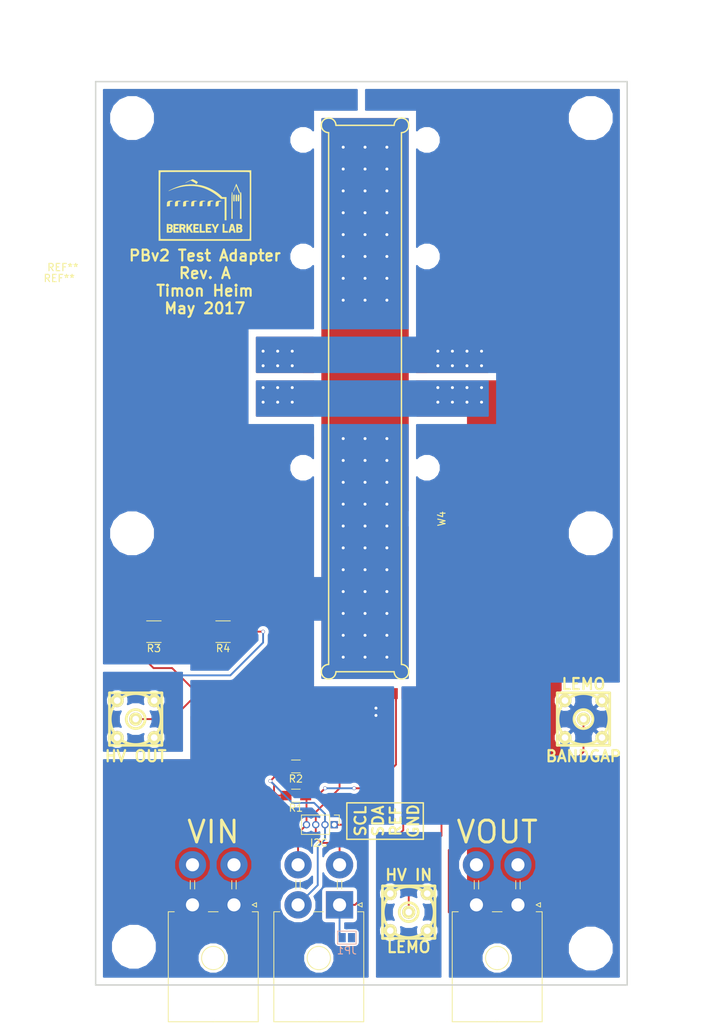
<source format=kicad_pcb>
(kicad_pcb (version 4) (host pcbnew 4.0.6)

  (general
    (links 39)
    (no_connects 0)
    (area 61.650001 14.3 165.564286 155.645001)
    (thickness 1.6)
    (drawings 31)
    (tracks 280)
    (zones 0)
    (modules 38)
    (nets 16)
  )

  (page A4)
  (title_block
    (title "Powerboard Test Adapter")
    (date 04/14.2017)
    (rev A)
    (company LBNL)
    (comment 1 "Timon Heim")
  )

  (layers
    (0 F.Cu signal)
    (31 B.Cu signal)
    (32 B.Adhes user)
    (33 F.Adhes user)
    (34 B.Paste user)
    (35 F.Paste user)
    (36 B.SilkS user)
    (37 F.SilkS user)
    (38 B.Mask user)
    (39 F.Mask user)
    (40 Dwgs.User user)
    (41 Cmts.User user)
    (42 Eco1.User user)
    (43 Eco2.User user)
    (44 Edge.Cuts user)
    (45 Margin user)
    (46 B.CrtYd user)
    (47 F.CrtYd user)
    (48 B.Fab user)
    (49 F.Fab user)
  )

  (setup
    (last_trace_width 0.254)
    (trace_clearance 0.254)
    (zone_clearance 0.508)
    (zone_45_only no)
    (trace_min 0.254)
    (segment_width 0.2)
    (edge_width 0.2)
    (via_size 0.508)
    (via_drill 0.4064)
    (via_min_size 0.508)
    (via_min_drill 0.3048)
    (uvia_size 0.3048)
    (uvia_drill 0.1016)
    (uvias_allowed no)
    (uvia_min_size 0.254)
    (uvia_min_drill 0.1016)
    (pcb_text_width 0.3)
    (pcb_text_size 1.5 1.5)
    (mod_edge_width 0.15)
    (mod_text_size 1 1)
    (mod_text_width 0.15)
    (pad_size 2.5 2.5)
    (pad_drill 2.5)
    (pad_to_mask_clearance 0.2)
    (aux_axis_origin 76 148)
    (grid_origin 75 146)
    (visible_elements FFFEFF7F)
    (pcbplotparams
      (layerselection 0x010fc_80000001)
      (usegerberextensions false)
      (excludeedgelayer true)
      (linewidth 0.100000)
      (plotframeref false)
      (viasonmask false)
      (mode 1)
      (useauxorigin false)
      (hpglpennumber 1)
      (hpglpenspeed 20)
      (hpglpendiameter 15)
      (hpglpenoverlay 2)
      (psnegative false)
      (psa4output false)
      (plotreference true)
      (plotvalue true)
      (plotinvisibletext false)
      (padsonsilk false)
      (subtractmaskfromsilk false)
      (outputformat 1)
      (mirror false)
      (drillshape 0)
      (scaleselection 1)
      (outputdirectory gerbers/))
  )

  (net 0 "")
  (net 1 /I2C_GND)
  (net 2 /VIN_RTN)
  (net 3 /HV_IN)
  (net 4 /HV_IN_RTN)
  (net 5 /I2C_VREF)
  (net 6 /I2C_SDA)
  (net 7 /I2C_SCL)
  (net 8 /VOUT)
  (net 9 /VOUT_RTN)
  (net 10 /HV_OUT)
  (net 11 /HV_OUT_RTN)
  (net 12 "Net-(R3-Pad1)")
  (net 13 /VIN)
  (net 14 "Net-(JP1-Pad2)")
  (net 15 /BANDGAP)

  (net_class Default "This is the default net class."
    (clearance 0.254)
    (trace_width 0.254)
    (via_dia 0.508)
    (via_drill 0.4064)
    (uvia_dia 0.3048)
    (uvia_drill 0.1016)
    (add_net /BANDGAP)
    (add_net /HV_IN_RTN)
    (add_net /HV_OUT_RTN)
    (add_net /I2C_GND)
    (add_net /I2C_SCL)
    (add_net /I2C_SDA)
    (add_net /I2C_VREF)
    (add_net "Net-(JP1-Pad2)")
  )

  (net_class HV ""
    (clearance 1.27)
    (trace_width 0.254)
    (via_dia 0.508)
    (via_drill 0.4064)
    (uvia_dia 0.3048)
    (uvia_drill 0.1016)
    (add_net /HV_IN)
    (add_net /HV_OUT)
    (add_net "Net-(R3-Pad1)")
  )

  (net_class Power ""
    (clearance 0.254)
    (trace_width 1.27)
    (via_dia 0.508)
    (via_drill 0.4064)
    (uvia_dia 0.3048)
    (uvia_drill 0.1016)
    (add_net /VIN)
    (add_net /VIN_RTN)
    (add_net /VOUT)
    (add_net /VOUT_RTN)
  )

  (module Connectors:GS2 (layer B.Cu) (tedit 586134A1) (tstamp 58F056A6)
    (at 109.5 142.5 270)
    (descr "2-pin solder bridge")
    (tags "solder bridge")
    (path /58F01234)
    (attr smd)
    (fp_text reference JP1 (at 1.78 0 540) (layer B.SilkS)
      (effects (font (size 1 1) (thickness 0.15)) (justify mirror))
    )
    (fp_text value Jumper_NC_Small (at -1.8 0 540) (layer B.Fab)
      (effects (font (size 1 1) (thickness 0.15)) (justify mirror))
    )
    (fp_line (start 1.1 1.45) (end 1.1 -1.5) (layer B.CrtYd) (width 0.05))
    (fp_line (start 1.1 -1.5) (end -1.1 -1.5) (layer B.CrtYd) (width 0.05))
    (fp_line (start -1.1 -1.5) (end -1.1 1.45) (layer B.CrtYd) (width 0.05))
    (fp_line (start -1.1 1.45) (end 1.1 1.45) (layer B.CrtYd) (width 0.05))
    (fp_line (start -0.89 1.27) (end -0.89 -1.27) (layer B.SilkS) (width 0.12))
    (fp_line (start 0.89 -1.27) (end 0.89 1.27) (layer B.SilkS) (width 0.12))
    (fp_line (start 0.89 -1.27) (end -0.89 -1.27) (layer B.SilkS) (width 0.12))
    (fp_line (start -0.89 1.27) (end 0.89 1.27) (layer B.SilkS) (width 0.12))
    (pad 1 smd rect (at 0 0.64 270) (size 1.27 0.97) (layers B.Cu B.Paste B.Mask)
      (net 1 /I2C_GND))
    (pad 2 smd rect (at 0 -0.64 270) (size 1.27 0.97) (layers B.Cu B.Paste B.Mask)
      (net 14 "Net-(JP1-Pad2)"))
  )

  (module Connectors_Molex:Molex_MegaFit_2x02x5.70mm_Angled (layer F.Cu) (tedit 5913A8AC) (tstamp 58F056B8)
    (at 94 138 180)
    (descr "Molex MegaFit, dual row, side entry type, through hole")
    (tags "connector molex mega-fit 76825-0004 172064-0004 172064-1004")
    (path /58EFFC97)
    (fp_text reference VIN (at 2.85 10 180) (layer F.SilkS)
      (effects (font (size 3 3) (thickness 0.4)))
    )
    (fp_text value CONN_01X04 (at 2.85 10.5 180) (layer F.Fab)
      (effects (font (size 1 1) (thickness 0.15)))
    )
    (fp_circle (center 2.85 -7.3) (end 4.45 -7.3) (layer F.SilkS) (width 0.12))
    (fp_line (start -3.175 -15.9) (end -3.175 -1.1) (layer F.Fab) (width 0.1))
    (fp_line (start -3.175 -1.1) (end 8.875 -1.1) (layer F.Fab) (width 0.1))
    (fp_line (start 8.875 -1.1) (end 8.875 -15.9) (layer F.Fab) (width 0.1))
    (fp_line (start 8.875 -15.9) (end -3.175 -15.9) (layer F.Fab) (width 0.1))
    (fp_line (start 2.85 -16.05) (end -3.325 -16.05) (layer F.SilkS) (width 0.12))
    (fp_line (start -3.325 -16.05) (end -3.325 -0.95) (layer F.SilkS) (width 0.12))
    (fp_line (start -3.325 -0.95) (end -2.5 -0.95) (layer F.SilkS) (width 0.12))
    (fp_line (start 2.85 -16.05) (end 9.025 -16.05) (layer F.SilkS) (width 0.12))
    (fp_line (start 9.025 -16.05) (end 9.025 -0.95) (layer F.SilkS) (width 0.12))
    (fp_line (start 9.025 -0.95) (end 8.2 -0.95) (layer F.SilkS) (width 0.12))
    (fp_line (start 2.175 -0.95) (end 3.525 -0.95) (layer F.SilkS) (width 0.12))
    (fp_line (start -0.3 2.175) (end -0.3 3.325) (layer F.SilkS) (width 0.12))
    (fp_line (start 0.3 2.175) (end 0.3 3.325) (layer F.SilkS) (width 0.12))
    (fp_line (start 5.4 2.175) (end 5.4 3.325) (layer F.SilkS) (width 0.12))
    (fp_line (start 6 2.175) (end 6 3.325) (layer F.SilkS) (width 0.12))
    (fp_line (start -2.5 0) (end -3.1 0.3) (layer F.SilkS) (width 0.12))
    (fp_line (start -3.1 0.3) (end -3.1 -0.3) (layer F.SilkS) (width 0.12))
    (fp_line (start -3.1 -0.3) (end -2.5 0) (layer F.SilkS) (width 0.12))
    (fp_line (start -2.5 0) (end -3.1 0.3) (layer F.Fab) (width 0.1))
    (fp_line (start -3.1 0.3) (end -3.1 -0.3) (layer F.Fab) (width 0.1))
    (fp_line (start -3.1 -0.3) (end -2.5 0) (layer F.Fab) (width 0.1))
    (fp_line (start -3.65 -16.35) (end -3.65 7.85) (layer F.CrtYd) (width 0.05))
    (fp_line (start -3.65 7.85) (end 9.35 7.85) (layer F.CrtYd) (width 0.05))
    (fp_line (start 9.35 7.85) (end 9.35 -16.35) (layer F.CrtYd) (width 0.05))
    (fp_line (start 9.35 -16.35) (end -3.65 -16.35) (layer F.CrtYd) (width 0.05))
    (fp_text user %R (at 2.85 -11 180) (layer F.Fab)
      (effects (font (size 1 1) (thickness 0.15)))
    )
    (pad 1 thru_hole rect (at 0 0 180) (size 3.75 3.75) (drill 1.8) (layers *.Cu *.Mask)
      (net 2 /VIN_RTN))
    (pad 2 thru_hole circle (at 5.7 0 180) (size 3.75 3.75) (drill 1.8) (layers *.Cu *.Mask)
      (net 2 /VIN_RTN))
    (pad 3 thru_hole circle (at 0 5.5 180) (size 3.75 3.75) (drill 1.8) (layers *.Cu *.Mask)
      (net 13 /VIN))
    (pad 4 thru_hole circle (at 5.7 5.5 180) (size 3.75 3.75) (drill 1.8) (layers *.Cu *.Mask)
      (net 13 /VIN))
    (pad "" np_thru_hole circle (at 2.85 -7.3 180) (size 3 3) (drill 3) (layers *.Cu *.Mask))
    (model Connectors_Molex.3dshapes/Molex_MegaFit_2x02x5.70mm_Angled.wrl
      (at (xyz 0 0 0))
      (scale (xyz 1 1 1))
      (rotate (xyz 0 0 0))
    )
  )

  (module Connectors_Molex:Molex_MegaFit_2x02x5.70mm_Angled (layer F.Cu) (tedit 5913A90F) (tstamp 58F056CA)
    (at 133 138 180)
    (descr "Molex MegaFit, dual row, side entry type, through hole")
    (tags "connector molex mega-fit 76825-0004 172064-0004 172064-1004")
    (path /58EFFE06)
    (fp_text reference VOUT (at 2.85 10 180) (layer F.SilkS)
      (effects (font (size 3 3) (thickness 0.4)))
    )
    (fp_text value CONN_01X04 (at 2.85 10.5 180) (layer F.Fab)
      (effects (font (size 1 1) (thickness 0.15)))
    )
    (fp_circle (center 2.85 -7.3) (end 4.45 -7.3) (layer F.SilkS) (width 0.12))
    (fp_line (start -3.175 -15.9) (end -3.175 -1.1) (layer F.Fab) (width 0.1))
    (fp_line (start -3.175 -1.1) (end 8.875 -1.1) (layer F.Fab) (width 0.1))
    (fp_line (start 8.875 -1.1) (end 8.875 -15.9) (layer F.Fab) (width 0.1))
    (fp_line (start 8.875 -15.9) (end -3.175 -15.9) (layer F.Fab) (width 0.1))
    (fp_line (start 2.85 -16.05) (end -3.325 -16.05) (layer F.SilkS) (width 0.12))
    (fp_line (start -3.325 -16.05) (end -3.325 -0.95) (layer F.SilkS) (width 0.12))
    (fp_line (start -3.325 -0.95) (end -2.5 -0.95) (layer F.SilkS) (width 0.12))
    (fp_line (start 2.85 -16.05) (end 9.025 -16.05) (layer F.SilkS) (width 0.12))
    (fp_line (start 9.025 -16.05) (end 9.025 -0.95) (layer F.SilkS) (width 0.12))
    (fp_line (start 9.025 -0.95) (end 8.2 -0.95) (layer F.SilkS) (width 0.12))
    (fp_line (start 2.175 -0.95) (end 3.525 -0.95) (layer F.SilkS) (width 0.12))
    (fp_line (start -0.3 2.175) (end -0.3 3.325) (layer F.SilkS) (width 0.12))
    (fp_line (start 0.3 2.175) (end 0.3 3.325) (layer F.SilkS) (width 0.12))
    (fp_line (start 5.4 2.175) (end 5.4 3.325) (layer F.SilkS) (width 0.12))
    (fp_line (start 6 2.175) (end 6 3.325) (layer F.SilkS) (width 0.12))
    (fp_line (start -2.5 0) (end -3.1 0.3) (layer F.SilkS) (width 0.12))
    (fp_line (start -3.1 0.3) (end -3.1 -0.3) (layer F.SilkS) (width 0.12))
    (fp_line (start -3.1 -0.3) (end -2.5 0) (layer F.SilkS) (width 0.12))
    (fp_line (start -2.5 0) (end -3.1 0.3) (layer F.Fab) (width 0.1))
    (fp_line (start -3.1 0.3) (end -3.1 -0.3) (layer F.Fab) (width 0.1))
    (fp_line (start -3.1 -0.3) (end -2.5 0) (layer F.Fab) (width 0.1))
    (fp_line (start -3.65 -16.35) (end -3.65 7.85) (layer F.CrtYd) (width 0.05))
    (fp_line (start -3.65 7.85) (end 9.35 7.85) (layer F.CrtYd) (width 0.05))
    (fp_line (start 9.35 7.85) (end 9.35 -16.35) (layer F.CrtYd) (width 0.05))
    (fp_line (start 9.35 -16.35) (end -3.65 -16.35) (layer F.CrtYd) (width 0.05))
    (fp_text user %R (at 2.85 -11 180) (layer F.Fab)
      (effects (font (size 1 1) (thickness 0.15)))
    )
    (pad 1 thru_hole rect (at 0 0 180) (size 3.75 3.75) (drill 1.8) (layers *.Cu *.Mask)
      (net 9 /VOUT_RTN))
    (pad 2 thru_hole circle (at 5.7 0 180) (size 3.75 3.75) (drill 1.8) (layers *.Cu *.Mask)
      (net 9 /VOUT_RTN))
    (pad 3 thru_hole circle (at 0 5.5 180) (size 3.75 3.75) (drill 1.8) (layers *.Cu *.Mask)
      (net 8 /VOUT))
    (pad 4 thru_hole circle (at 5.7 5.5 180) (size 3.75 3.75) (drill 1.8) (layers *.Cu *.Mask)
      (net 8 /VOUT))
    (pad "" np_thru_hole circle (at 2.85 -7.3 180) (size 3 3) (drill 3) (layers *.Cu *.Mask))
    (model Connectors_Molex.3dshapes/Molex_MegaFit_2x02x5.70mm_Angled.wrl
      (at (xyz 0 0 0))
      (scale (xyz 1 1 1))
      (rotate (xyz 0 0 0))
    )
  )

  (module w_conn_rf:lemo_epb00250ntn (layer F.Cu) (tedit 5913AD8C) (tstamp 58F056D3)
    (at 80.5 112.5)
    (descr "LEMO connector, EPB.00.250.NTN")
    (path /58F0016F)
    (fp_text reference "HV OUT" (at 0 5.10032) (layer F.SilkS)
      (effects (font (thickness 0.3048)))
    )
    (fp_text value LEMO (at 0 -4.8006) (layer Dwgs.User)
      (effects (font (thickness 0.3048)))
    )
    (fp_circle (center 0 0) (end -1.30048 0) (layer F.SilkS) (width 0.381))
    (fp_circle (center 0 0) (end -3.50012 0) (layer F.SilkS) (width 0.381))
    (fp_line (start -3.59918 -3.59918) (end 3.59918 -3.59918) (layer F.SilkS) (width 0.381))
    (fp_line (start 3.59918 -3.59918) (end 3.59918 3.59918) (layer F.SilkS) (width 0.381))
    (fp_line (start 3.59918 3.59918) (end -3.59918 3.59918) (layer F.SilkS) (width 0.381))
    (fp_line (start -3.59918 3.59918) (end -3.59918 -3.59918) (layer F.SilkS) (width 0.381))
    (pad 1 thru_hole circle (at 0 0) (size 1.79832 1.79832) (drill 0.89916) (layers *.Cu *.Mask F.SilkS)
      (net 10 /HV_OUT))
    (pad 2 thru_hole circle (at 2.54 -2.54) (size 1.79578 1.79578) (drill 0.89916) (layers *.Cu *.Mask F.SilkS)
      (net 11 /HV_OUT_RTN))
    (pad 2 thru_hole circle (at -2.54 -2.54) (size 1.79578 1.79578) (drill 0.89916) (layers *.Cu *.Mask F.SilkS)
      (net 11 /HV_OUT_RTN))
    (pad 2 thru_hole circle (at -2.54 2.54) (size 1.79578 1.79578) (drill 0.89916) (layers *.Cu *.Mask F.SilkS)
      (net 11 /HV_OUT_RTN))
    (pad 2 thru_hole circle (at 2.54 2.54) (size 1.79578 1.79578) (drill 0.89916) (layers *.Cu *.Mask F.SilkS)
      (net 11 /HV_OUT_RTN))
    (model walter/conn_rf/lemo_epb00250ntn.wrl
      (at (xyz 0 0 0))
      (scale (xyz 1 1 1))
      (rotate (xyz 0 0 0))
    )
  )

  (module Resistors_SMD:R_0805_HandSoldering (layer F.Cu) (tedit 58E0A804) (tstamp 58F056D9)
    (at 102.5 123 180)
    (descr "Resistor SMD 0805, hand soldering")
    (tags "resistor 0805")
    (path /58F00867)
    (attr smd)
    (fp_text reference R1 (at 0 -1.7 180) (layer F.SilkS)
      (effects (font (size 1 1) (thickness 0.15)))
    )
    (fp_text value 2k (at 0 1.75 180) (layer F.Fab)
      (effects (font (size 1 1) (thickness 0.15)))
    )
    (fp_text user %R (at 0 0 180) (layer F.Fab)
      (effects (font (size 0.5 0.5) (thickness 0.075)))
    )
    (fp_line (start -1 0.62) (end -1 -0.62) (layer F.Fab) (width 0.1))
    (fp_line (start 1 0.62) (end -1 0.62) (layer F.Fab) (width 0.1))
    (fp_line (start 1 -0.62) (end 1 0.62) (layer F.Fab) (width 0.1))
    (fp_line (start -1 -0.62) (end 1 -0.62) (layer F.Fab) (width 0.1))
    (fp_line (start 0.6 0.88) (end -0.6 0.88) (layer F.SilkS) (width 0.12))
    (fp_line (start -0.6 -0.88) (end 0.6 -0.88) (layer F.SilkS) (width 0.12))
    (fp_line (start -2.35 -0.9) (end 2.35 -0.9) (layer F.CrtYd) (width 0.05))
    (fp_line (start -2.35 -0.9) (end -2.35 0.9) (layer F.CrtYd) (width 0.05))
    (fp_line (start 2.35 0.9) (end 2.35 -0.9) (layer F.CrtYd) (width 0.05))
    (fp_line (start 2.35 0.9) (end -2.35 0.9) (layer F.CrtYd) (width 0.05))
    (pad 1 smd rect (at -1.35 0 180) (size 1.5 1.3) (layers F.Cu F.Paste F.Mask)
      (net 7 /I2C_SCL))
    (pad 2 smd rect (at 1.35 0 180) (size 1.5 1.3) (layers F.Cu F.Paste F.Mask)
      (net 5 /I2C_VREF))
    (model ${KISYS3DMOD}/Resistors_SMD.3dshapes/R_0805.wrl
      (at (xyz 0 0 0))
      (scale (xyz 1 1 1))
      (rotate (xyz 0 0 0))
    )
  )

  (module Resistors_SMD:R_0805_HandSoldering (layer F.Cu) (tedit 58E0A804) (tstamp 58F056DF)
    (at 102.5 119 180)
    (descr "Resistor SMD 0805, hand soldering")
    (tags "resistor 0805")
    (path /58F008DD)
    (attr smd)
    (fp_text reference R2 (at 0 -1.7 180) (layer F.SilkS)
      (effects (font (size 1 1) (thickness 0.15)))
    )
    (fp_text value 2k (at 0 1.75 180) (layer F.Fab)
      (effects (font (size 1 1) (thickness 0.15)))
    )
    (fp_text user %R (at 0 0 180) (layer F.Fab)
      (effects (font (size 0.5 0.5) (thickness 0.075)))
    )
    (fp_line (start -1 0.62) (end -1 -0.62) (layer F.Fab) (width 0.1))
    (fp_line (start 1 0.62) (end -1 0.62) (layer F.Fab) (width 0.1))
    (fp_line (start 1 -0.62) (end 1 0.62) (layer F.Fab) (width 0.1))
    (fp_line (start -1 -0.62) (end 1 -0.62) (layer F.Fab) (width 0.1))
    (fp_line (start 0.6 0.88) (end -0.6 0.88) (layer F.SilkS) (width 0.12))
    (fp_line (start -0.6 -0.88) (end 0.6 -0.88) (layer F.SilkS) (width 0.12))
    (fp_line (start -2.35 -0.9) (end 2.35 -0.9) (layer F.CrtYd) (width 0.05))
    (fp_line (start -2.35 -0.9) (end -2.35 0.9) (layer F.CrtYd) (width 0.05))
    (fp_line (start 2.35 0.9) (end 2.35 -0.9) (layer F.CrtYd) (width 0.05))
    (fp_line (start 2.35 0.9) (end -2.35 0.9) (layer F.CrtYd) (width 0.05))
    (pad 1 smd rect (at -1.35 0 180) (size 1.5 1.3) (layers F.Cu F.Paste F.Mask)
      (net 6 /I2C_SDA))
    (pad 2 smd rect (at 1.35 0 180) (size 1.5 1.3) (layers F.Cu F.Paste F.Mask)
      (net 5 /I2C_VREF))
    (model ${KISYS3DMOD}/Resistors_SMD.3dshapes/R_0805.wrl
      (at (xyz 0 0 0))
      (scale (xyz 1 1 1))
      (rotate (xyz 0 0 0))
    )
  )

  (module Resistors_SMD:R_1210_HandSoldering (layer F.Cu) (tedit 58E0A804) (tstamp 58F056E5)
    (at 83 100.5 180)
    (descr "Resistor SMD 1210, hand soldering")
    (tags "resistor 1210")
    (path /58F02BBA)
    (attr smd)
    (fp_text reference R3 (at 0 -2.3 180) (layer F.SilkS)
      (effects (font (size 1 1) (thickness 0.15)))
    )
    (fp_text value 5M (at 0 2.4 180) (layer F.Fab)
      (effects (font (size 1 1) (thickness 0.15)))
    )
    (fp_text user %R (at 0 0 180) (layer F.Fab)
      (effects (font (size 0.7 0.7) (thickness 0.105)))
    )
    (fp_line (start -1.6 1.25) (end -1.6 -1.25) (layer F.Fab) (width 0.1))
    (fp_line (start 1.6 1.25) (end -1.6 1.25) (layer F.Fab) (width 0.1))
    (fp_line (start 1.6 -1.25) (end 1.6 1.25) (layer F.Fab) (width 0.1))
    (fp_line (start -1.6 -1.25) (end 1.6 -1.25) (layer F.Fab) (width 0.1))
    (fp_line (start 1 1.48) (end -1 1.48) (layer F.SilkS) (width 0.12))
    (fp_line (start -1 -1.48) (end 1 -1.48) (layer F.SilkS) (width 0.12))
    (fp_line (start -3.25 -1.5) (end 3.25 -1.5) (layer F.CrtYd) (width 0.05))
    (fp_line (start -3.25 -1.5) (end -3.25 1.5) (layer F.CrtYd) (width 0.05))
    (fp_line (start 3.25 1.5) (end 3.25 -1.5) (layer F.CrtYd) (width 0.05))
    (fp_line (start 3.25 1.5) (end -3.25 1.5) (layer F.CrtYd) (width 0.05))
    (pad 1 smd rect (at -2 0 180) (size 2 2.5) (layers F.Cu F.Paste F.Mask)
      (net 12 "Net-(R3-Pad1)"))
    (pad 2 smd rect (at 2 0 180) (size 2 2.5) (layers F.Cu F.Paste F.Mask)
      (net 10 /HV_OUT))
    (model ${KISYS3DMOD}/Resistors_SMD.3dshapes/R_1210.wrl
      (at (xyz 0 0 0))
      (scale (xyz 1 1 1))
      (rotate (xyz 0 0 0))
    )
  )

  (module Resistors_SMD:R_1210_HandSoldering (layer F.Cu) (tedit 58E0A804) (tstamp 58F056EB)
    (at 92.5 100.5 180)
    (descr "Resistor SMD 1210, hand soldering")
    (tags "resistor 1210")
    (path /58F02B56)
    (attr smd)
    (fp_text reference R4 (at 0 -2.3 180) (layer F.SilkS)
      (effects (font (size 1 1) (thickness 0.15)))
    )
    (fp_text value 5M (at 0 2.4 180) (layer F.Fab)
      (effects (font (size 1 1) (thickness 0.15)))
    )
    (fp_text user %R (at 0 0 180) (layer F.Fab)
      (effects (font (size 0.7 0.7) (thickness 0.105)))
    )
    (fp_line (start -1.6 1.25) (end -1.6 -1.25) (layer F.Fab) (width 0.1))
    (fp_line (start 1.6 1.25) (end -1.6 1.25) (layer F.Fab) (width 0.1))
    (fp_line (start 1.6 -1.25) (end 1.6 1.25) (layer F.Fab) (width 0.1))
    (fp_line (start -1.6 -1.25) (end 1.6 -1.25) (layer F.Fab) (width 0.1))
    (fp_line (start 1 1.48) (end -1 1.48) (layer F.SilkS) (width 0.12))
    (fp_line (start -1 -1.48) (end 1 -1.48) (layer F.SilkS) (width 0.12))
    (fp_line (start -3.25 -1.5) (end 3.25 -1.5) (layer F.CrtYd) (width 0.05))
    (fp_line (start -3.25 -1.5) (end -3.25 1.5) (layer F.CrtYd) (width 0.05))
    (fp_line (start 3.25 1.5) (end 3.25 -1.5) (layer F.CrtYd) (width 0.05))
    (fp_line (start 3.25 1.5) (end -3.25 1.5) (layer F.CrtYd) (width 0.05))
    (pad 1 smd rect (at -2 0 180) (size 2 2.5) (layers F.Cu F.Paste F.Mask)
      (net 11 /HV_OUT_RTN))
    (pad 2 smd rect (at 2 0 180) (size 2 2.5) (layers F.Cu F.Paste F.Mask)
      (net 12 "Net-(R3-Pad1)"))
    (model ${KISYS3DMOD}/Resistors_SMD.3dshapes/R_1210.wrl
      (at (xyz 0 0 0))
      (scale (xyz 1 1 1))
      (rotate (xyz 0 0 0))
    )
  )

  (module Custom:Bondpad_Large (layer F.Cu) (tedit 5913A950) (tstamp 58F056F0)
    (at 111 109)
    (path /58F00647)
    (fp_text reference W1 (at 0 2.032) (layer Dwgs.User)
      (effects (font (size 1 1) (thickness 0.15)))
    )
    (fp_text value BOND_PAD (at 0 -2.032) (layer F.Fab)
      (effects (font (size 1 1) (thickness 0.15)))
    )
    (pad 1 smd rect (at 0 0) (size 2 1.5) (layers F.Cu F.Paste F.Mask)
      (net 13 /VIN))
  )

  (module Custom:Bondpad_Large (layer F.Cu) (tedit 5913A957) (tstamp 58F056F5)
    (at 113.5 109)
    (path /58F00DCE)
    (fp_text reference W2 (at 0 2.032) (layer Dwgs.User)
      (effects (font (size 1 1) (thickness 0.15)))
    )
    (fp_text value BOND_PAD (at 0 -2.032) (layer F.Fab)
      (effects (font (size 1 1) (thickness 0.15)))
    )
    (pad 1 smd rect (at 0 0) (size 2 1.5) (layers F.Cu F.Paste F.Mask)
      (net 2 /VIN_RTN))
  )

  (module Custom:Bondpad_Small (layer F.Cu) (tedit 591380B4) (tstamp 58F056FF)
    (at 120.5 85 90)
    (path /58F01360)
    (fp_text reference W4 (at 0 2.032 90) (layer F.SilkS)
      (effects (font (size 1 1) (thickness 0.15)))
    )
    (fp_text value BOND_PAD (at 0 -1.651 90) (layer F.Fab)
      (effects (font (size 1 1) (thickness 0.15)))
    )
    (pad 1 smd rect (at 0 -0.75 90) (size 0.5 1.5) (layers F.Cu F.Paste F.Mask)
      (net 3 /HV_IN))
  )

  (module Custom:Bondpad_Small (layer F.Cu) (tedit 5913A960) (tstamp 58F05704)
    (at 116.25 109)
    (path /58F007D9)
    (fp_text reference W5 (at 0 2.032) (layer Dwgs.User)
      (effects (font (size 1 1) (thickness 0.15)))
    )
    (fp_text value BOND_PAD (at 0 -1.651) (layer F.Fab)
      (effects (font (size 1 1) (thickness 0.15)))
    )
    (pad 1 smd rect (at 0 0) (size 0.5 1.5) (layers F.Cu F.Paste F.Mask)
      (net 7 /I2C_SCL))
  )

  (module Custom:Bondpad_Small (layer F.Cu) (tedit 5913A95C) (tstamp 58F05709)
    (at 115.25 109)
    (path /58F0082C)
    (fp_text reference W6 (at 0 2.032) (layer Dwgs.User)
      (effects (font (size 1 1) (thickness 0.15)))
    )
    (fp_text value BOND_PAD (at 0 -1.651) (layer F.Fab)
      (effects (font (size 1 1) (thickness 0.15)))
    )
    (pad 1 smd rect (at 0 0) (size 0.5 1.5) (layers F.Cu F.Paste F.Mask)
      (net 6 /I2C_SDA))
  )

  (module Custom:Bondpad_Large (layer F.Cu) (tedit 5913A995) (tstamp 58F05713)
    (at 104.25 64 90)
    (path /58F0074F)
    (fp_text reference W8 (at 0 2.032 90) (layer Dwgs.User)
      (effects (font (size 1 1) (thickness 0.15)))
    )
    (fp_text value BOND_PAD (at 0 -2.032 90) (layer F.Fab)
      (effects (font (size 1 1) (thickness 0.15)))
    )
    (pad 1 smd rect (at 0 0 90) (size 2 1.5) (layers F.Cu F.Paste F.Mask)
      (net 9 /VOUT_RTN))
  )

  (module Custom:Bondpad_Small (layer F.Cu) (tedit 5913A964) (tstamp 58F0FC2C)
    (at 117.25 109)
    (path /58F01314)
    (fp_text reference W3 (at 0 2.032) (layer Dwgs.User)
      (effects (font (size 1 1) (thickness 0.15)))
    )
    (fp_text value BOND_PAD (at 0 -1.651) (layer F.Fab)
      (effects (font (size 1 1) (thickness 0.15)))
    )
    (pad 1 smd rect (at 0 0) (size 0.5 1.5) (layers F.Cu F.Paste F.Mask)
      (net 4 /HV_IN_RTN))
  )

  (module Custom:Bondpad_Large (layer F.Cu) (tedit 5913A99C) (tstamp 58F0FC31)
    (at 120 64 90)
    (path /58F13354)
    (fp_text reference W7 (at 0 2.032 90) (layer Dwgs.User)
      (effects (font (size 1 1) (thickness 0.15)))
    )
    (fp_text value BOND_PAD (at 0 -2.032 90) (layer F.Fab)
      (effects (font (size 1 1) (thickness 0.15)))
    )
    (pad 1 smd rect (at 0 -0.25 90) (size 2 1.5) (layers F.Cu F.Paste F.Mask)
      (net 9 /VOUT_RTN))
  )

  (module Custom:Bondpad_Small (layer F.Cu) (tedit 5913A949) (tstamp 58F132DA)
    (at 106.5 109)
    (path /58F013A2)
    (fp_text reference W11 (at 0 2.032) (layer Dwgs.User)
      (effects (font (size 1 1) (thickness 0.15)))
    )
    (fp_text value BOND_PAD (at 0 -1.651) (layer F.Fab)
      (effects (font (size 1 1) (thickness 0.15)))
    )
    (pad 1 smd rect (at 0 0) (size 0.5 1.5) (layers F.Cu F.Paste F.Mask)
      (net 10 /HV_OUT))
  )

  (module Custom:Bondpad_Small (layer F.Cu) (tedit 5913A9F4) (tstamp 58F132DF)
    (at 104.5 74 90)
    (path /58F01410)
    (fp_text reference W12 (at 0 2.032 90) (layer Dwgs.User)
      (effects (font (size 1 1) (thickness 0.15)))
    )
    (fp_text value BOND_PAD (at 0 -1.651 90) (layer F.Fab)
      (effects (font (size 1 1) (thickness 0.15)))
    )
    (pad 1 smd rect (at 0 -0.25 90) (size 0.5 1.5) (layers F.Cu F.Paste F.Mask)
      (net 11 /HV_OUT_RTN))
  )

  (module Connectors_Molex:Molex_MegaFit_2x02x5.70mm_Angled (layer F.Cu) (tedit 5913A8C2) (tstamp 58F13364)
    (at 108.5 138 180)
    (descr "Molex MegaFit, dual row, side entry type, through hole")
    (tags "connector molex mega-fit 76825-0004 172064-0004 172064-1004")
    (path /58F00040)
    (fp_text reference I2C (at 2.85 8.5 180) (layer F.SilkS)
      (effects (font (size 1 1) (thickness 0.15)))
    )
    (fp_text value CONN_01X04 (at 2.85 10.5 180) (layer F.Fab)
      (effects (font (size 1 1) (thickness 0.15)))
    )
    (fp_circle (center 2.85 -7.3) (end 4.45 -7.3) (layer F.SilkS) (width 0.12))
    (fp_line (start -3.175 -15.9) (end -3.175 -1.1) (layer F.Fab) (width 0.1))
    (fp_line (start -3.175 -1.1) (end 8.875 -1.1) (layer F.Fab) (width 0.1))
    (fp_line (start 8.875 -1.1) (end 8.875 -15.9) (layer F.Fab) (width 0.1))
    (fp_line (start 8.875 -15.9) (end -3.175 -15.9) (layer F.Fab) (width 0.1))
    (fp_line (start 2.85 -16.05) (end -3.325 -16.05) (layer F.SilkS) (width 0.12))
    (fp_line (start -3.325 -16.05) (end -3.325 -0.95) (layer F.SilkS) (width 0.12))
    (fp_line (start -3.325 -0.95) (end -2.5 -0.95) (layer F.SilkS) (width 0.12))
    (fp_line (start 2.85 -16.05) (end 9.025 -16.05) (layer F.SilkS) (width 0.12))
    (fp_line (start 9.025 -16.05) (end 9.025 -0.95) (layer F.SilkS) (width 0.12))
    (fp_line (start 9.025 -0.95) (end 8.2 -0.95) (layer F.SilkS) (width 0.12))
    (fp_line (start 2.175 -0.95) (end 3.525 -0.95) (layer F.SilkS) (width 0.12))
    (fp_line (start -0.3 2.175) (end -0.3 3.325) (layer F.SilkS) (width 0.12))
    (fp_line (start 0.3 2.175) (end 0.3 3.325) (layer F.SilkS) (width 0.12))
    (fp_line (start 5.4 2.175) (end 5.4 3.325) (layer F.SilkS) (width 0.12))
    (fp_line (start 6 2.175) (end 6 3.325) (layer F.SilkS) (width 0.12))
    (fp_line (start -2.5 0) (end -3.1 0.3) (layer F.SilkS) (width 0.12))
    (fp_line (start -3.1 0.3) (end -3.1 -0.3) (layer F.SilkS) (width 0.12))
    (fp_line (start -3.1 -0.3) (end -2.5 0) (layer F.SilkS) (width 0.12))
    (fp_line (start -2.5 0) (end -3.1 0.3) (layer F.Fab) (width 0.1))
    (fp_line (start -3.1 0.3) (end -3.1 -0.3) (layer F.Fab) (width 0.1))
    (fp_line (start -3.1 -0.3) (end -2.5 0) (layer F.Fab) (width 0.1))
    (fp_line (start -3.65 -16.35) (end -3.65 7.85) (layer F.CrtYd) (width 0.05))
    (fp_line (start -3.65 7.85) (end 9.35 7.85) (layer F.CrtYd) (width 0.05))
    (fp_line (start 9.35 7.85) (end 9.35 -16.35) (layer F.CrtYd) (width 0.05))
    (fp_line (start 9.35 -16.35) (end -3.65 -16.35) (layer F.CrtYd) (width 0.05))
    (fp_text user %R (at 2.85 -11 180) (layer F.Fab)
      (effects (font (size 1 1) (thickness 0.15)))
    )
    (pad 1 thru_hole rect (at 0 0 180) (size 3.75 3.75) (drill 1.8) (layers *.Cu *.Mask)
      (net 1 /I2C_GND))
    (pad 2 thru_hole circle (at 5.7 0 180) (size 3.75 3.75) (drill 1.8) (layers *.Cu *.Mask)
      (net 5 /I2C_VREF))
    (pad 3 thru_hole circle (at 0 5.5 180) (size 3.75 3.75) (drill 1.8) (layers *.Cu *.Mask)
      (net 6 /I2C_SDA))
    (pad 4 thru_hole circle (at 5.7 5.5 180) (size 3.75 3.75) (drill 1.8) (layers *.Cu *.Mask)
      (net 7 /I2C_SCL))
    (pad "" np_thru_hole circle (at 2.85 -7.3 180) (size 3 3) (drill 3) (layers *.Cu *.Mask))
    (model Connectors_Molex.3dshapes/Molex_MegaFit_2x02x5.70mm_Angled.wrl
      (at (xyz 0 0 0))
      (scale (xyz 1 1 1))
      (rotate (xyz 0 0 0))
    )
  )

  (module w_conn_rf:lemo_epb00250ntn (layer F.Cu) (tedit 5913A8F2) (tstamp 58F1336C)
    (at 118 139 180)
    (descr "LEMO connector, EPB.00.250.NTN")
    (path /58F00100)
    (fp_text reference "HV IN" (at 0 5.10032 180) (layer F.SilkS)
      (effects (font (thickness 0.3048)))
    )
    (fp_text value LEMO (at 0 -4.8006 180) (layer F.SilkS)
      (effects (font (thickness 0.3048)))
    )
    (fp_circle (center 0 0) (end -1.30048 0) (layer F.SilkS) (width 0.381))
    (fp_circle (center 0 0) (end -3.50012 0) (layer F.SilkS) (width 0.381))
    (fp_line (start -3.59918 -3.59918) (end 3.59918 -3.59918) (layer F.SilkS) (width 0.381))
    (fp_line (start 3.59918 -3.59918) (end 3.59918 3.59918) (layer F.SilkS) (width 0.381))
    (fp_line (start 3.59918 3.59918) (end -3.59918 3.59918) (layer F.SilkS) (width 0.381))
    (fp_line (start -3.59918 3.59918) (end -3.59918 -3.59918) (layer F.SilkS) (width 0.381))
    (pad 1 thru_hole circle (at 0 0 180) (size 1.79832 1.79832) (drill 0.89916) (layers *.Cu *.Mask F.SilkS)
      (net 3 /HV_IN))
    (pad 2 thru_hole circle (at 2.54 -2.54 180) (size 1.79578 1.79578) (drill 0.89916) (layers *.Cu *.Mask F.SilkS)
      (net 4 /HV_IN_RTN))
    (pad 2 thru_hole circle (at -2.54 -2.54 180) (size 1.79578 1.79578) (drill 0.89916) (layers *.Cu *.Mask F.SilkS)
      (net 4 /HV_IN_RTN))
    (pad 2 thru_hole circle (at -2.54 2.54 180) (size 1.79578 1.79578) (drill 0.89916) (layers *.Cu *.Mask F.SilkS)
      (net 4 /HV_IN_RTN))
    (pad 2 thru_hole circle (at 2.54 2.54 180) (size 1.79578 1.79578) (drill 0.89916) (layers *.Cu *.Mask F.SilkS)
      (net 4 /HV_IN_RTN))
    (model walter/conn_rf/lemo_epb00250ntn.wrl
      (at (xyz 0 0 0))
      (scale (xyz 1 1 1))
      (rotate (xyz 0 0 0))
    )
  )

  (module Custom:Bondpad_Large (layer F.Cu) (tedit 5913A991) (tstamp 58F13374)
    (at 104.25 67.75 90)
    (path /58F133F6)
    (fp_text reference W9 (at 0 2.032 90) (layer Dwgs.User)
      (effects (font (size 1 1) (thickness 0.15)))
    )
    (fp_text value BOND_PAD (at 0 -2.032 90) (layer F.Fab)
      (effects (font (size 1 1) (thickness 0.15)))
    )
    (pad 1 smd rect (at 0.75 0 90) (size 2 1.5) (layers F.Cu F.Paste F.Mask)
      (net 8 /VOUT))
  )

  (module Custom:Bondpad_Large (layer F.Cu) (tedit 5913A998) (tstamp 58F15AFC)
    (at 120 67 90)
    (path /58F007A6)
    (fp_text reference W10 (at 0 2.032 90) (layer Dwgs.User)
      (effects (font (size 1 1) (thickness 0.15)))
    )
    (fp_text value BOND_PAD (at 0 -2.032 90) (layer F.Fab)
      (effects (font (size 1 1) (thickness 0.15)))
    )
    (pad 1 smd rect (at 0 -0.25 90) (size 2 1.5) (layers F.Cu F.Paste F.Mask)
      (net 8 /VOUT))
  )

  (module Mounting_Holes:MountingHole_5mm (layer F.Cu) (tedit 5913A9F9) (tstamp 59235BD9)
    (at 80 30)
    (descr "Mounting Hole 5mm, no annular")
    (tags "mounting hole 5mm no annular")
    (fp_text reference REF** (at 0 -6) (layer Dwgs.User)
      (effects (font (size 1 1) (thickness 0.15)))
    )
    (fp_text value MountingHole_5mm (at 0 6) (layer F.Fab)
      (effects (font (size 1 1) (thickness 0.15)))
    )
    (fp_circle (center 0 0) (end 5 0) (layer Cmts.User) (width 0.15))
    (fp_circle (center 0 0) (end 5.25 0) (layer F.CrtYd) (width 0.05))
    (pad 1 np_thru_hole circle (at 0 0) (size 5 5) (drill 5) (layers *.Cu *.Mask))
  )

  (module Mounting_Holes:MountingHole_5mm (layer F.Cu) (tedit 5913AA04) (tstamp 59235BE0)
    (at 143 30)
    (descr "Mounting Hole 5mm, no annular")
    (tags "mounting hole 5mm no annular")
    (fp_text reference REF** (at 0 -6) (layer Dwgs.User)
      (effects (font (size 1 1) (thickness 0.15)))
    )
    (fp_text value MountingHole_5mm (at 0 6) (layer F.Fab)
      (effects (font (size 1 1) (thickness 0.15)))
    )
    (fp_circle (center 0 0) (end 5 0) (layer Cmts.User) (width 0.15))
    (fp_circle (center 0 0) (end 5.25 0) (layer F.CrtYd) (width 0.05))
    (pad 1 np_thru_hole circle (at 0 0) (size 5 5) (drill 5) (layers *.Cu *.Mask))
  )

  (module Mounting_Holes:MountingHole_5mm (layer F.Cu) (tedit 5913A9EE) (tstamp 59235BE7)
    (at 80 87)
    (descr "Mounting Hole 5mm, no annular")
    (tags "mounting hole 5mm no annular")
    (fp_text reference REF** (at 0 -6) (layer Dwgs.User)
      (effects (font (size 1 1) (thickness 0.15)))
    )
    (fp_text value MountingHole_5mm (at 0 6) (layer F.Fab)
      (effects (font (size 1 1) (thickness 0.15)))
    )
    (fp_circle (center 0 0) (end 5 0) (layer Cmts.User) (width 0.15))
    (fp_circle (center 0 0) (end 5.25 0) (layer F.CrtYd) (width 0.05))
    (pad 1 np_thru_hole circle (at 0 0) (size 5 5) (drill 5) (layers *.Cu *.Mask))
  )

  (module Mounting_Holes:MountingHole_5mm (layer F.Cu) (tedit 5913A9DF) (tstamp 59235BEE)
    (at 143 87)
    (descr "Mounting Hole 5mm, no annular")
    (tags "mounting hole 5mm no annular")
    (fp_text reference REF** (at 0 -6) (layer Dwgs.User)
      (effects (font (size 1 1) (thickness 0.15)))
    )
    (fp_text value MountingHole_5mm (at 0 6) (layer F.Fab)
      (effects (font (size 1 1) (thickness 0.15)))
    )
    (fp_circle (center 0 0) (end 5 0) (layer Cmts.User) (width 0.15))
    (fp_circle (center 0 0) (end 5.25 0) (layer F.CrtYd) (width 0.05))
    (pad 1 np_thru_hole circle (at 0 0) (size 5 5) (drill 5) (layers *.Cu *.Mask))
  )

  (module Mounting_Holes:MountingHole_5mm (layer F.Cu) (tedit 5913AA23) (tstamp 592B4FDA)
    (at 143 144)
    (descr "Mounting Hole 5mm, no annular")
    (tags "mounting hole 5mm no annular")
    (fp_text reference REF** (at 0 -6) (layer Dwgs.User)
      (effects (font (size 1 1) (thickness 0.15)))
    )
    (fp_text value MountingHole_5mm (at 0 6) (layer F.Fab)
      (effects (font (size 1 1) (thickness 0.15)))
    )
    (fp_circle (center 0 0) (end 5 0) (layer Cmts.User) (width 0.15))
    (fp_circle (center 0 0) (end 5.25 0) (layer F.CrtYd) (width 0.05))
    (pad 1 np_thru_hole circle (at 0 0) (size 5 5) (drill 5) (layers *.Cu *.Mask))
  )

  (module Mounting_Holes:MountingHole_5mm (layer F.Cu) (tedit 5913AA20) (tstamp 592B50A5)
    (at 80.25 143.75)
    (descr "Mounting Hole 5mm, no annular")
    (tags "mounting hole 5mm no annular")
    (fp_text reference REF** (at 0 -6) (layer Dwgs.User)
      (effects (font (size 1 1) (thickness 0.15)))
    )
    (fp_text value MountingHole_5mm (at 0 6) (layer F.Fab)
      (effects (font (size 1 1) (thickness 0.15)))
    )
    (fp_circle (center 0 0) (end 5 0) (layer Cmts.User) (width 0.15))
    (fp_circle (center 0 0) (end 5.25 0) (layer F.CrtYd) (width 0.05))
    (pad 1 np_thru_hole circle (at 0 0) (size 5 5) (drill 5) (layers *.Cu *.Mask))
  )

  (module lbnl_logo:lbnl_logo_large (layer F.Cu) (tedit 0) (tstamp 593B2CFE)
    (at 90 42)
    (fp_text reference G*** (at 0 0) (layer F.SilkS) hide
      (effects (font (thickness 0.3)))
    )
    (fp_text value LOGO (at 0.75 0) (layer F.SilkS) hide
      (effects (font (thickness 0.3)))
    )
    (fp_poly (pts (xy 6.3754 4.8514) (xy -6.35 4.8514) (xy -6.35 -0.123628) (xy -6.124162 -0.123628)
      (xy -6.124118 0.294934) (xy -6.123825 0.711398) (xy -6.123282 1.122652) (xy -6.12249 1.525584)
      (xy -6.121449 1.917083) (xy -6.120157 2.294037) (xy -6.118617 2.653334) (xy -6.116826 2.991862)
      (xy -6.114787 3.306511) (xy -6.112497 3.594169) (xy -6.109958 3.851723) (xy -6.10717 4.076062)
      (xy -6.104132 4.264075) (xy -6.100844 4.41265) (xy -6.097307 4.518674) (xy -6.093521 4.579038)
      (xy -6.090921 4.59232) (xy -6.076571 4.595769) (xy -6.039669 4.598971) (xy -5.978708 4.601932)
      (xy -5.892181 4.60466) (xy -5.778581 4.607164) (xy -5.636402 4.609449) (xy -5.464137 4.611525)
      (xy -5.260278 4.613397) (xy -5.023319 4.615075) (xy -4.751753 4.616565) (xy -4.444074 4.617874)
      (xy -4.098774 4.619011) (xy -3.714347 4.619983) (xy -3.289285 4.620798) (xy -2.822083 4.621462)
      (xy -2.311232 4.621984) (xy -1.755227 4.622371) (xy -1.15256 4.62263) (xy -0.501725 4.622769)
      (xy 0.016339 4.6228) (xy 6.093119 4.6228) (xy 6.132659 4.566348) (xy 6.13762 4.555564)
      (xy 6.142153 4.536551) (xy 6.146277 4.507128) (xy 6.150012 4.465112) (xy 6.153376 4.408323)
      (xy 6.156387 4.334579) (xy 6.159067 4.241699) (xy 6.161431 4.127501) (xy 6.163501 3.989805)
      (xy 6.165295 3.826427) (xy 6.166831 3.635188) (xy 6.168128 3.413906) (xy 6.169206 3.160399)
      (xy 6.170084 2.872486) (xy 6.170779 2.547986) (xy 6.171312 2.184717) (xy 6.1717 1.780498)
      (xy 6.171964 1.333147) (xy 6.172121 0.840483) (xy 6.172191 0.300324) (xy 6.1722 0.002698)
      (xy 6.172174 -0.560665) (xy 6.172086 -1.075428) (xy 6.171913 -1.543794) (xy 6.171635 -1.967963)
      (xy 6.171233 -2.350137) (xy 6.170686 -2.692516) (xy 6.169974 -2.997302) (xy 6.169076 -3.266696)
      (xy 6.167972 -3.502899) (xy 6.166642 -3.708112) (xy 6.165065 -3.884536) (xy 6.163221 -4.034372)
      (xy 6.16109 -4.159822) (xy 6.158651 -4.263087) (xy 6.155884 -4.346367) (xy 6.152769 -4.411864)
      (xy 6.149286 -4.461779) (xy 6.145414 -4.498312) (xy 6.141132 -4.523666) (xy 6.136421 -4.540042)
      (xy 6.131261 -4.54964) (xy 6.130163 -4.55095) (xy 6.124308 -4.555966) (xy 6.114895 -4.560607)
      (xy 6.10002 -4.564888) (xy 6.077776 -4.568824) (xy 6.046256 -4.57243) (xy 6.003555 -4.575719)
      (xy 5.947766 -4.578707) (xy 5.876984 -4.581407) (xy 5.789302 -4.583835) (xy 5.682813 -4.586004)
      (xy 5.555612 -4.58793) (xy 5.405793 -4.589626) (xy 5.23145 -4.591108) (xy 5.030675 -4.592389)
      (xy 4.801564 -4.593484) (xy 4.54221 -4.594407) (xy 4.250707 -4.595174) (xy 3.925148 -4.595798)
      (xy 3.563628 -4.596295) (xy 3.16424 -4.596677) (xy 2.725079 -4.596961) (xy 2.244237 -4.59716)
      (xy 1.71981 -4.597289) (xy 1.14989 -4.597362) (xy 0.532572 -4.597395) (xy 0.013843 -4.5974)
      (xy -0.673781 -4.597346) (xy -1.312113 -4.597177) (xy -1.902658 -4.596886) (xy -2.446925 -4.596465)
      (xy -2.946421 -4.595908) (xy -3.402653 -4.595206) (xy -3.817127 -4.594352) (xy -4.191352 -4.593338)
      (xy -4.526834 -4.592157) (xy -4.82508 -4.590802) (xy -5.087597 -4.589265) (xy -5.315894 -4.587538)
      (xy -5.511475 -4.585613) (xy -5.67585 -4.583484) (xy -5.810525 -4.581143) (xy -5.917007 -4.578582)
      (xy -5.996803 -4.575794) (xy -6.05142 -4.572771) (xy -6.082366 -4.569505) (xy -6.090921 -4.56692)
      (xy -6.09487 -4.537966) (xy -6.098569 -4.461323) (xy -6.102019 -4.340104) (xy -6.10522 -4.177421)
      (xy -6.108171 -3.976385) (xy -6.110872 -3.740107) (xy -6.113324 -3.4717) (xy -6.115526 -3.174275)
      (xy -6.117479 -2.850944) (xy -6.119182 -2.504819) (xy -6.120636 -2.13901) (xy -6.12184 -1.75663)
      (xy -6.122795 -1.36079) (xy -6.1235 -0.954602) (xy -6.123956 -0.541178) (xy -6.124162 -0.123628)
      (xy -6.35 -0.123628) (xy -6.35 -4.826) (xy 6.3754 -4.826) (xy 6.3754 4.8514)) (layer F.SilkS) (width 0.01))
    (fp_poly (pts (xy -4.94665 2.545449) (xy -4.774089 2.556652) (xy -4.644687 2.575764) (xy -4.551071 2.60548)
      (xy -4.485871 2.648495) (xy -4.441712 2.707504) (xy -4.428897 2.734727) (xy -4.402109 2.851157)
      (xy -4.415157 2.963422) (xy -4.466091 3.05601) (xy -4.469789 3.060048) (xy -4.521989 3.115613)
      (xy -4.470688 3.16204) (xy -4.411935 3.246738) (xy -4.386125 3.353807) (xy -4.393046 3.467123)
      (xy -4.432491 3.570567) (xy -4.476712 3.626044) (xy -4.535267 3.671503) (xy -4.603872 3.702662)
      (xy -4.692923 3.721863) (xy -4.812817 3.731452) (xy -4.954654 3.7338) (xy -5.2324 3.7338)
      (xy -5.2324 3.2258) (xy -4.9784 3.2258) (xy -4.9784 3.5306) (xy -4.869752 3.5306)
      (xy -4.787067 3.521384) (xy -4.717222 3.498502) (xy -4.704652 3.491059) (xy -4.658867 3.431541)
      (xy -4.651001 3.355553) (xy -4.682283 3.281764) (xy -4.690237 3.27225) (xy -4.744302 3.238836)
      (xy -4.832846 3.226133) (xy -4.855337 3.2258) (xy -4.9784 3.2258) (xy -5.2324 3.2258)
      (xy -5.2324 2.7686) (xy -4.9784 2.7686) (xy -4.9784 3.0226) (xy -4.882452 3.0226)
      (xy -4.802494 3.012095) (xy -4.735265 2.986462) (xy -4.730052 2.983059) (xy -4.685145 2.926778)
      (xy -4.675679 2.858277) (xy -4.70408 2.79908) (xy -4.746234 2.780962) (xy -4.818017 2.770044)
      (xy -4.85648 2.7686) (xy -4.9784 2.7686) (xy -5.2324 2.7686) (xy -5.2324 2.533607)
      (xy -4.94665 2.545449)) (layer F.SilkS) (width 0.01))
    (fp_poly (pts (xy -3.5814 2.7686) (xy -4.064 2.7686) (xy -4.064 3.0226) (xy -3.6576 3.0226)
      (xy -3.6576 3.2512) (xy -4.064 3.2512) (xy -4.064 3.5052) (xy -3.556 3.5052)
      (xy -3.556 3.7338) (xy -4.318 3.7338) (xy -4.318 2.54) (xy -3.5814 2.54)
      (xy -3.5814 2.7686)) (layer F.SilkS) (width 0.01))
    (fp_poly (pts (xy -3.24485 2.540141) (xy -3.080258 2.543699) (xy -2.956276 2.555797) (xy -2.86308 2.578881)
      (xy -2.790846 2.615394) (xy -2.729752 2.667782) (xy -2.729057 2.668507) (xy -2.685469 2.720828)
      (xy -2.662984 2.773614) (xy -2.654963 2.847057) (xy -2.6543 2.895857) (xy -2.657451 2.985327)
      (xy -2.671777 3.044876) (xy -2.704588 3.095236) (xy -2.737078 3.130583) (xy -2.819856 3.215988)
      (xy -2.718028 3.450764) (xy -2.675028 3.552303) (xy -2.641008 3.637195) (xy -2.620364 3.694206)
      (xy -2.6162 3.710997) (xy -2.63935 3.724603) (xy -2.700647 3.73002) (xy -2.748603 3.728777)
      (xy -2.881005 3.7211) (xy -2.981298 3.48615) (xy -3.028112 3.378974) (xy -3.062309 3.310426)
      (xy -3.090152 3.271971) (xy -3.117904 3.255075) (xy -3.151826 3.251204) (xy -3.153696 3.2512)
      (xy -3.2258 3.2512) (xy -3.2258 3.7338) (xy -3.5052 3.7338) (xy -3.5052 2.7686)
      (xy -3.2258 2.7686) (xy -3.2258 3.0226) (xy -3.100241 3.0226) (xy -3.016705 3.017567)
      (xy -2.965959 2.99851) (xy -2.935141 2.966148) (xy -2.902145 2.910233) (xy -2.904211 2.869987)
      (xy -2.943079 2.822734) (xy -2.9464 2.8194) (xy -3.010972 2.780974) (xy -3.107839 2.76861)
      (xy -3.1115 2.7686) (xy -3.2258 2.7686) (xy -3.5052 2.7686) (xy -3.5052 2.54)
      (xy -3.24485 2.540141)) (layer F.SilkS) (width 0.01))
    (fp_poly (pts (xy -1.689294 2.543544) (xy -1.672268 2.558012) (xy -1.681628 2.589865) (xy -1.718265 2.645794)
      (xy -1.783071 2.732492) (xy -1.833416 2.79885) (xy -1.897047 2.885567) (xy -1.946934 2.958514)
      (xy -1.976275 3.007477) (xy -1.9812 3.020783) (xy -1.969475 3.051468) (xy -1.937244 3.117767)
      (xy -1.888923 3.211028) (xy -1.82893 3.322601) (xy -1.8034 3.369067) (xy -1.740121 3.485061)
      (xy -1.686772 3.585711) (xy -1.647757 3.662483) (xy -1.627479 3.706848) (xy -1.6256 3.713552)
      (xy -1.648553 3.724583) (xy -1.708005 3.729748) (xy -1.771464 3.728717) (xy -1.917328 3.7211)
      (xy -2.047586 3.484326) (xy -2.177845 3.247552) (xy -2.231923 3.316301) (xy -2.263012 3.3675)
      (xy -2.279735 3.431631) (xy -2.285742 3.52511) (xy -2.286 3.559425) (xy -2.286 3.7338)
      (xy -2.54 3.7338) (xy -2.54 2.54) (xy -2.287978 2.54) (xy -2.2733 2.9845)
      (xy -2.111589 2.76225) (xy -1.949877 2.54) (xy -1.79894 2.54) (xy -1.731815 2.53977)
      (xy -1.689294 2.543544)) (layer F.SilkS) (width 0.01))
    (fp_poly (pts (xy -0.8382 2.7686) (xy -1.3208 2.7686) (xy -1.3208 3.0226) (xy -0.9144 3.0226)
      (xy -0.9144 3.2512) (xy -1.3208 3.2512) (xy -1.3208 3.5052) (xy -0.8128 3.5052)
      (xy -0.8128 3.7338) (xy -1.5748 3.7338) (xy -1.5748 2.54) (xy -0.8382 2.54)
      (xy -0.8382 2.7686)) (layer F.SilkS) (width 0.01))
    (fp_poly (pts (xy -0.4572 3.5052) (xy 0.0254 3.5052) (xy 0.0254 3.7338) (xy -0.7112 3.7338)
      (xy -0.7112 2.54) (xy -0.4572 2.54) (xy -0.4572 3.5052)) (layer F.SilkS) (width 0.01))
    (fp_poly (pts (xy 0.8636 2.7686) (xy 0.381 2.7686) (xy 0.381 3.0226) (xy 0.7874 3.0226)
      (xy 0.7874 3.2512) (xy 0.381 3.2512) (xy 0.381 3.5052) (xy 0.889 3.5052)
      (xy 0.889 3.7338) (xy 0.127 3.7338) (xy 0.127 2.54) (xy 0.8636 2.54)
      (xy 0.8636 2.7686)) (layer F.SilkS) (width 0.01))
    (fp_poly (pts (xy 1.428311 3.035172) (xy 1.552602 2.787586) (xy 1.676894 2.54) (xy 1.803647 2.54)
      (xy 1.876012 2.54456) (xy 1.9219 2.556219) (xy 1.9304 2.565308) (xy 1.918563 2.595233)
      (xy 1.885929 2.661028) (xy 1.836815 2.754401) (xy 1.775536 2.867064) (xy 1.7399 2.931229)
      (xy 1.5494 3.271841) (xy 1.5494 3.7338) (xy 1.2954 3.7338) (xy 1.2954 3.2657)
      (xy 1.1049 2.917736) (xy 1.039621 2.797593) (xy 0.983981 2.693463) (xy 0.942158 2.613302)
      (xy 0.918329 2.565069) (xy 0.9144 2.554886) (xy 0.937325 2.546583) (xy 0.996235 2.54118)
      (xy 1.048367 2.54) (xy 1.182335 2.54) (xy 1.428311 3.035172)) (layer F.SilkS) (width 0.01))
    (fp_poly (pts (xy 2.6924 3.5052) (xy 3.175 3.5052) (xy 3.175 3.7338) (xy 2.4384 3.7338)
      (xy 2.4384 2.54) (xy 2.6924 2.54) (xy 2.6924 3.5052)) (layer F.SilkS) (width 0.01))
    (fp_poly (pts (xy 4.061442 3.09245) (xy 4.107513 3.254123) (xy 4.149444 3.401109) (xy 4.185053 3.525772)
      (xy 4.212158 3.620477) (xy 4.228578 3.677589) (xy 4.232006 3.68935) (xy 4.233143 3.715109)
      (xy 4.209769 3.728528) (xy 4.151311 3.733392) (xy 4.107853 3.7338) (xy 3.970483 3.7338)
      (xy 3.93922 3.5941) (xy 3.907956 3.4544) (xy 3.582819 3.4544) (xy 3.501595 3.7338)
      (xy 3.376397 3.7338) (xy 3.304262 3.730318) (xy 3.25846 3.721432) (xy 3.250066 3.71475)
      (xy 3.256251 3.685871) (xy 3.274221 3.615101) (xy 3.302105 3.50948) (xy 3.338032 3.376046)
      (xy 3.379047 3.2258) (xy 3.636294 3.2258) (xy 3.735847 3.2258) (xy 3.798562 3.221496)
      (xy 3.832698 3.210768) (xy 3.834819 3.20675) (xy 3.828511 3.174373) (xy 3.812441 3.106929)
      (xy 3.789959 3.018427) (xy 3.787734 3.0099) (xy 3.741228 2.8321) (xy 3.710488 2.9464)
      (xy 3.686126 3.037384) (xy 3.663225 3.123532) (xy 3.658021 3.14325) (xy 3.636294 3.2258)
      (xy 3.379047 3.2258) (xy 3.380129 3.221837) (xy 3.408793 3.11785) (xy 3.568654 2.54)
      (xy 3.904095 2.54) (xy 4.061442 3.09245)) (layer F.SilkS) (width 0.01))
    (fp_poly (pts (xy 4.720546 2.547554) (xy 4.87828 2.571508) (xy 4.994554 2.613796) (xy 5.072985 2.676352)
      (xy 5.117193 2.761111) (xy 5.1308 2.867786) (xy 5.11613 2.985631) (xy 5.083784 3.049634)
      (xy 5.055758 3.088713) (xy 5.05261 3.120626) (xy 5.076061 3.165171) (xy 5.096484 3.195692)
      (xy 5.145232 3.306698) (xy 5.153349 3.424742) (xy 5.12406 3.537427) (xy 5.060592 3.632358)
      (xy 4.966171 3.697139) (xy 4.965959 3.697228) (xy 4.878488 3.718713) (xy 4.741506 3.730849)
      (xy 4.598215 3.7338) (xy 4.318 3.7338) (xy 4.318 3.2258) (xy 4.572 3.2258)
      (xy 4.572 3.5306) (xy 4.6863 3.5306) (xy 4.784377 3.518979) (xy 4.849753 3.481422)
      (xy 4.8514 3.4798) (xy 4.896253 3.408802) (xy 4.8961 3.339628) (xy 4.856324 3.28056)
      (xy 4.782306 3.239878) (xy 4.6863 3.2258) (xy 4.572 3.2258) (xy 4.318 3.2258)
      (xy 4.318 2.7686) (xy 4.572 2.7686) (xy 4.572 3.0226) (xy 4.667948 3.0226)
      (xy 4.747906 3.012095) (xy 4.815135 2.986462) (xy 4.820348 2.983059) (xy 4.870611 2.927288)
      (xy 4.876447 2.869575) (xy 4.843166 2.818303) (xy 4.77608 2.781857) (xy 4.684485 2.7686)
      (xy 4.572 2.7686) (xy 4.318 2.7686) (xy 4.318 2.54) (xy 4.517733 2.54)
      (xy 4.720546 2.547554)) (layer F.SilkS) (width 0.01))
    (fp_poly (pts (xy -1.094641 -2.857923) (xy -0.626196 -2.788887) (xy -0.509793 -2.765252) (xy -0.120822 -2.663921)
      (xy 0.274618 -2.5279) (xy 0.667956 -2.361717) (xy 1.050621 -2.169897) (xy 1.414043 -1.956969)
      (xy 1.749652 -1.727458) (xy 2.048876 -1.485891) (xy 2.221818 -1.32251) (xy 2.398937 -1.143)
      (xy 2.9718 -1.143) (xy 2.9718 2.032) (xy 2.7178 2.032) (xy 2.7178 -0.9144)
      (xy 2.204697 -0.9144) (xy 2.023098 -1.075024) (xy 1.623082 -1.404265) (xy 1.205534 -1.701174)
      (xy 0.776384 -1.962467) (xy 0.34156 -2.184858) (xy -0.093008 -2.365064) (xy -0.521391 -2.4998)
      (xy -0.572582 -2.512877) (xy -1.086593 -2.616581) (xy -1.60593 -2.672727) (xy -2.133069 -2.681264)
      (xy -2.670486 -2.642145) (xy -3.220657 -2.555319) (xy -3.671911 -2.451407) (xy -3.968466 -2.367244)
      (xy -4.261814 -2.271397) (xy -4.535813 -2.169468) (xy -4.760176 -2.07364) (xy -4.851583 -2.033402)
      (xy -4.924427 -2.005113) (xy -4.967474 -1.992972) (xy -4.97396 -1.993693) (xy -4.980004 -2.001281)
      (xy -4.977597 -2.010056) (xy -4.960522 -2.023635) (xy -4.922566 -2.045636) (xy -4.857514 -2.079676)
      (xy -4.759152 -2.129371) (xy -4.62894 -2.194504) (xy -4.307714 -2.346124) (xy -3.981581 -2.483375)
      (xy -3.661348 -2.602296) (xy -3.35782 -2.698921) (xy -3.081804 -2.769289) (xy -3.0353 -2.778976)
      (xy -2.566488 -2.852119) (xy -2.077979 -2.88961) (xy -1.582966 -2.891521) (xy -1.094641 -2.857923)) (layer F.SilkS) (width 0.01))
    (fp_poly (pts (xy 3.759742 -1.813536) (xy 3.773472 -1.7653) (xy 3.780217 -1.724179) (xy 3.786087 -1.656737)
      (xy 3.791133 -1.560205) (xy 3.795405 -1.431809) (xy 3.798956 -1.268777) (xy 3.801835 -1.068337)
      (xy 3.804092 -0.827717) (xy 3.80578 -0.544144) (xy 3.806949 -0.214847) (xy 3.807561 0.09525)
      (xy 3.81 1.8288) (xy 3.6576 1.8288) (xy 3.6576 0.14095) (xy 3.657803 -0.214688)
      (xy 3.6585 -0.523249) (xy 3.659819 -0.788457) (xy 3.66189 -1.014035) (xy 3.664842 -1.203705)
      (xy 3.668803 -1.36119) (xy 3.673903 -1.490212) (xy 3.68027 -1.594494) (xy 3.688035 -1.67776)
      (xy 3.697326 -1.743731) (xy 3.708272 -1.796131) (xy 3.721003 -1.838682) (xy 3.72679 -1.8542)
      (xy 3.740632 -1.855886) (xy 3.759742 -1.813536)) (layer F.SilkS) (width 0.01))
    (fp_poly (pts (xy 4.939621 -1.839312) (xy 4.967735 -1.774408) (xy 4.987723 -1.716326) (xy 4.995993 -1.686957)
      (xy 5.003103 -1.64992) (xy 5.009137 -1.601434) (xy 5.014183 -1.537717) (xy 5.018324 -1.454988)
      (xy 5.021647 -1.349467) (xy 5.024237 -1.217371) (xy 5.02618 -1.05492) (xy 5.02756 -0.858333)
      (xy 5.028464 -0.623828) (xy 5.028976 -0.347624) (xy 5.029183 -0.02594) (xy 5.0292 0.118824)
      (xy 5.0292 1.8288) (xy 4.826 1.8288) (xy 4.826 0.093424) (xy 4.826106 -0.250585)
      (xy 4.826479 -0.547529) (xy 4.827203 -0.801143) (xy 4.828361 -1.015162) (xy 4.830034 -1.19332)
      (xy 4.832306 -1.339353) (xy 4.83526 -1.456995) (xy 4.838979 -1.549981) (xy 4.843545 -1.622045)
      (xy 4.849041 -1.676924) (xy 4.85555 -1.71835) (xy 4.863156 -1.75006) (xy 4.867171 -1.762784)
      (xy 4.894033 -1.831691) (xy 4.916618 -1.857803) (xy 4.939621 -1.839312)) (layer F.SilkS) (width 0.01))
    (fp_poly (pts (xy -4.612496 -0.652623) (xy -4.506942 -0.642337) (xy -4.42818 -0.625322) (xy -4.407439 -0.616504)
      (xy -4.388284 -0.600346) (xy -4.401861 -0.586687) (xy -4.454885 -0.571873) (xy -4.510237 -0.560559)
      (xy -4.601088 -0.542827) (xy -4.67832 -0.527495) (xy -4.714463 -0.520117) (xy -4.748064 -0.503527)
      (xy -4.768795 -0.462979) (xy -4.78278 -0.385715) (xy -4.784092 -0.375067) (xy -4.793293 -0.270596)
      (xy -4.799212 -0.150045) (xy -4.80038 -0.084351) (xy -4.8006 0.072598) (xy -4.94665 0.100799)
      (xy -5.037447 0.11853) (xy -5.115596 0.134134) (xy -5.150408 0.141323) (xy -5.201901 0.13862)
      (xy -5.220784 0.120636) (xy -5.223831 0.08303) (xy -5.222285 0.006738) (xy -5.216584 -0.096375)
      (xy -5.209258 -0.190997) (xy -5.197803 -0.31428) (xy -5.186753 -0.398075) (xy -5.172855 -0.45356)
      (xy -5.152852 -0.491916) (xy -5.123491 -0.524321) (xy -5.108127 -0.538363) (xy -5.031833 -0.590145)
      (xy -4.94089 -0.630895) (xy -4.922245 -0.636568) (xy -4.836913 -0.650392) (xy -4.728075 -0.655526)
      (xy -4.612496 -0.652623)) (layer F.SilkS) (width 0.01))
    (fp_poly (pts (xy -2.399861 -0.643044) (xy -2.295573 -0.633127) (xy -2.214263 -0.617893) (xy -2.166777 -0.599111)
      (xy -2.159 -0.587603) (xy -2.18216 -0.574724) (xy -2.243568 -0.558251) (xy -2.331113 -0.541288)
      (xy -2.354113 -0.537575) (xy -2.447061 -0.522448) (xy -2.517871 -0.509645) (xy -2.553913 -0.501486)
      (xy -2.555943 -0.500525) (xy -2.560011 -0.474066) (xy -2.566035 -0.407179) (xy -2.573183 -0.310159)
      (xy -2.580184 -0.200683) (xy -2.597708 0.092444) (xy -2.772526 0.122422) (xy -2.864097 0.137454)
      (xy -2.937089 0.148212) (xy -2.975903 0.152398) (xy -2.97615 0.1524) (xy -2.988534 0.135561)
      (xy -2.994766 0.081992) (xy -2.995044 -0.012884) (xy -2.989568 -0.153647) (xy -2.989511 -0.154783)
      (xy -2.981236 -0.277038) (xy -2.97015 -0.382274) (xy -2.95771 -0.459203) (xy -2.945478 -0.496412)
      (xy -2.872403 -0.554028) (xy -2.764434 -0.601798) (xy -2.637288 -0.634249) (xy -2.516282 -0.645876)
      (xy -2.399861 -0.643044)) (layer F.SilkS) (width 0.01))
    (fp_poly (pts (xy 2.147295 -0.648365) (xy 2.208711 -0.635433) (xy 2.273697 -0.612794) (xy 2.290516 -0.592449)
      (xy 2.258418 -0.573673) (xy 2.176649 -0.555746) (xy 2.116514 -0.546822) (xy 2.03101 -0.533106)
      (xy 1.972306 -0.513072) (xy 1.934576 -0.477754) (xy 1.911989 -0.418184) (xy 1.898718 -0.325395)
      (xy 1.88937 -0.197386) (xy 1.880003 -0.071616) (xy 1.869671 0.011607) (xy 1.856695 0.060531)
      (xy 1.839393 0.083403) (xy 1.831443 0.086948) (xy 1.789682 0.096515) (xy 1.718312 0.110765)
      (xy 1.634302 0.126562) (xy 1.554621 0.14077) (xy 1.496237 0.150252) (xy 1.477357 0.1524)
      (xy 1.473971 0.128669) (xy 1.47346 0.063979) (xy 1.475712 -0.031916) (xy 1.480614 -0.149264)
      (xy 1.480889 -0.154783) (xy 1.490239 -0.29194) (xy 1.502616 -0.401288) (xy 1.516875 -0.474344)
      (xy 1.527518 -0.49954) (xy 1.607317 -0.562562) (xy 1.722936 -0.611698) (xy 1.860634 -0.644204)
      (xy 2.006667 -0.65734) (xy 2.147295 -0.648365)) (layer F.SilkS) (width 0.01))
    (fp_poly (pts (xy -3.546555 -0.656739) (xy -3.417095 -0.647668) (xy -3.333893 -0.633917) (xy -3.297882 -0.61662)
      (xy -3.309991 -0.59691) (xy -3.371151 -0.575922) (xy -3.465043 -0.557494) (xy -3.558342 -0.540638)
      (xy -3.630043 -0.52429) (xy -3.667159 -0.511498) (xy -3.669337 -0.50956) (xy -3.674986 -0.478906)
      (xy -3.682437 -0.408517) (xy -3.690657 -0.309378) (xy -3.697498 -0.210362) (xy -3.715378 0.0722)
      (xy -3.87272 0.0996) (xy -3.978118 0.118389) (xy -4.048828 0.126444) (xy -4.091161 0.11652)
      (xy -4.111426 0.081371) (xy -4.115934 0.013754) (xy -4.110996 -0.093578) (xy -4.106706 -0.169047)
      (xy -4.098573 -0.300227) (xy -4.08938 -0.391013) (xy -4.077041 -0.451802) (xy -4.05947 -0.49299)
      (xy -4.035493 -0.524008) (xy -3.938859 -0.596621) (xy -3.809756 -0.640835) (xy -3.643525 -0.657915)
      (xy -3.546555 -0.656739)) (layer F.SilkS) (width 0.01))
    (fp_poly (pts (xy -1.308156 -0.655442) (xy -1.180482 -0.645252) (xy -1.098493 -0.631086) (xy -1.063297 -0.613904)
      (xy -1.076004 -0.594668) (xy -1.137721 -0.574339) (xy -1.200125 -0.561775) (xy -1.290689 -0.546996)
      (xy -1.36448 -0.536733) (xy -1.401758 -0.5334) (xy -1.425416 -0.509132) (xy -1.445356 -0.440709)
      (xy -1.460589 -0.334701) (xy -1.470126 -0.19768) (xy -1.47302 -0.059758) (xy -1.4732 0.070985)
      (xy -1.634031 0.098992) (xy -1.740977 0.118058) (xy -1.812672 0.126291) (xy -1.855594 0.116446)
      (xy -1.876222 0.081284) (xy -1.881035 0.013561) (xy -1.876512 -0.093965) (xy -1.872634 -0.167728)
      (xy -1.865171 -0.298027) (xy -1.856541 -0.388047) (xy -1.844638 -0.448301) (xy -1.827356 -0.4893)
      (xy -1.80259 -0.521558) (xy -1.801533 -0.522689) (xy -1.704578 -0.596345) (xy -1.576939 -0.640819)
      (xy -1.413432 -0.657506) (xy -1.308156 -0.655442)) (layer F.SilkS) (width 0.01))
    (fp_poly (pts (xy -0.184251 -0.655215) (xy -0.05194 -0.646298) (xy 0.035882 -0.633127) (xy 0.077896 -0.616671)
      (xy 0.072782 -0.597901) (xy 0.01922 -0.577787) (xy -0.057125 -0.561775) (xy -0.1477 -0.546996)
      (xy -0.221513 -0.536733) (xy -0.258813 -0.5334) (xy -0.283897 -0.509038) (xy -0.304451 -0.439841)
      (xy -0.319565 -0.331645) (xy -0.328329 -0.190288) (xy -0.3302 -0.075082) (xy -0.3302 0.070985)
      (xy -0.491031 0.098992) (xy -0.604164 0.117388) (xy -0.676546 0.124641) (xy -0.717118 0.120159)
      (xy -0.734821 0.103346) (xy -0.738459 0.08255) (xy -0.739431 -0.011579) (xy -0.736556 -0.128512)
      (xy -0.730726 -0.249162) (xy -0.722829 -0.354439) (xy -0.715105 -0.417895) (xy -0.700522 -0.47693)
      (xy -0.673091 -0.518904) (xy -0.620495 -0.557492) (xy -0.558566 -0.591679) (xy -0.488248 -0.626587)
      (xy -0.42919 -0.647516) (xy -0.365122 -0.657228) (xy -0.279774 -0.658484) (xy -0.184251 -0.655215)) (layer F.SilkS) (width 0.01))
    (fp_poly (pts (xy 1.04775 -0.662198) (xy 1.125683 -0.642799) (xy 1.17867 -0.623937) (xy 1.1938 -0.612311)
      (xy 1.170717 -0.599415) (xy 1.10988 -0.583199) (xy 1.023898 -0.566954) (xy 1.013819 -0.565365)
      (xy 0.923142 -0.549605) (xy 0.853508 -0.534288) (xy 0.819009 -0.522548) (xy 0.818211 -0.521879)
      (xy 0.805378 -0.48661) (xy 0.792033 -0.413563) (xy 0.779745 -0.315718) (xy 0.770086 -0.206052)
      (xy 0.764626 -0.097547) (xy 0.764143 -0.075021) (xy 0.762 0.065859) (xy 0.583728 0.096429)
      (xy 0.491296 0.111622) (xy 0.417395 0.122566) (xy 0.377413 0.12699) (xy 0.376643 0.127)
      (xy 0.363923 0.10993) (xy 0.357801 0.055638) (xy 0.358059 -0.040504) (xy 0.363202 -0.159864)
      (xy 0.3706 -0.278377) (xy 0.37889 -0.380099) (xy 0.386981 -0.453116) (xy 0.392885 -0.483714)
      (xy 0.442477 -0.547842) (xy 0.531147 -0.602275) (xy 0.647609 -0.643937) (xy 0.780573 -0.669752)
      (xy 0.918753 -0.676643) (xy 1.04775 -0.662198)) (layer F.SilkS) (width 0.01))
    (fp_poly (pts (xy 4.042756 -1.484581) (xy 4.059882 -1.476132) (xy 4.072163 -1.458538) (xy 4.080232 -1.42462)
      (xy 4.08472 -1.367194) (xy 4.086261 -1.279082) (xy 4.085486 -1.1531) (xy 4.083628 -1.020455)
      (xy 4.0767 -0.5715) (xy 4.012249 -0.563984) (xy 3.956766 -0.564662) (xy 3.929699 -0.574568)
      (xy 3.923771 -0.604746) (xy 3.918657 -0.677072) (xy 3.914702 -0.782894) (xy 3.912249 -0.913562)
      (xy 3.9116 -1.030216) (xy 3.912121 -1.191107) (xy 3.914119 -1.308308) (xy 3.918247 -1.388925)
      (xy 3.925159 -1.440061) (xy 3.935506 -1.46882) (xy 3.949942 -1.482307) (xy 3.953278 -1.483759)
      (xy 4.012581 -1.490062) (xy 4.042756 -1.484581)) (layer F.SilkS) (width 0.01))
    (fp_poly (pts (xy 4.36245 -1.483036) (xy 4.37931 -1.466967) (xy 4.391673 -1.438147) (xy 4.400424 -1.388976)
      (xy 4.406449 -1.311857) (xy 4.410636 -1.199191) (xy 4.41387 -1.04338) (xy 4.413893 -1.042044)
      (xy 4.41569 -0.872846) (xy 4.413667 -0.747889) (xy 4.406537 -0.660675) (xy 4.393009 -0.604707)
      (xy 4.371795 -0.573488) (xy 4.341605 -0.560522) (xy 4.318 -0.5588) (xy 4.263689 -0.577118)
      (xy 4.244266 -0.593928) (xy 4.231954 -0.632776) (xy 4.224172 -0.715543) (xy 4.220815 -0.844394)
      (xy 4.221775 -1.02149) (xy 4.222106 -1.042044) (xy 4.225337 -1.198203) (xy 4.229513 -1.311161)
      (xy 4.235522 -1.388516) (xy 4.244249 -1.437866) (xy 4.256582 -1.46681) (xy 4.273406 -1.482945)
      (xy 4.27355 -1.483036) (xy 4.328209 -1.497458) (xy 4.36245 -1.483036)) (layer F.SilkS) (width 0.01))
    (fp_poly (pts (xy 4.665987 -1.475104) (xy 4.684485 -1.458686) (xy 4.700438 -1.434201) (xy 4.711654 -1.392647)
      (xy 4.718877 -1.326164) (xy 4.722855 -1.226892) (xy 4.724332 -1.086971) (xy 4.7244 -1.037916)
      (xy 4.72268 -0.896321) (xy 4.717921 -0.772591) (xy 4.710722 -0.67653) (xy 4.701683 -0.617939)
      (xy 4.698106 -0.607931) (xy 4.656278 -0.572184) (xy 4.596213 -0.558002) (xy 4.54416 -0.570668)
      (xy 4.538133 -0.575734) (xy 4.529663 -0.609213) (xy 4.523868 -0.682963) (xy 4.520589 -0.786536)
      (xy 4.519668 -0.909483) (xy 4.520946 -1.041354) (xy 4.524263 -1.1717) (xy 4.529462 -1.290073)
      (xy 4.536385 -1.386022) (xy 4.544871 -1.449099) (xy 4.551679 -1.46812) (xy 4.607104 -1.496868)
      (xy 4.665987 -1.475104)) (layer F.SilkS) (width 0.01))
    (fp_poly (pts (xy 4.329284 -2.960461) (xy 4.359504 -2.90235) (xy 4.403183 -2.80944) (xy 4.457497 -2.687866)
      (xy 4.519625 -2.543763) (xy 4.568345 -2.427737) (xy 4.642705 -2.247892) (xy 4.699305 -2.108082)
      (xy 4.740285 -2.001603) (xy 4.767782 -1.921751) (xy 4.783936 -1.86182) (xy 4.790885 -1.815106)
      (xy 4.790768 -1.774905) (xy 4.786954 -1.742451) (xy 4.772258 -1.673538) (xy 4.754899 -1.631569)
      (xy 4.746915 -1.6256) (xy 4.724672 -1.643832) (xy 4.7244 -1.647183) (xy 4.715099 -1.676026)
      (xy 4.68907 -1.744677) (xy 4.649118 -1.846051) (xy 4.598048 -1.973063) (xy 4.538669 -2.118628)
      (xy 4.512288 -2.182716) (xy 4.300177 -2.696667) (xy 4.124938 -2.300884) (xy 4.052472 -2.139849)
      (xy 3.997033 -2.023181) (xy 3.956923 -1.948021) (xy 3.930446 -1.911514) (xy 3.915905 -1.910802)
      (xy 3.9116 -1.941636) (xy 3.920601 -1.974782) (xy 3.945341 -2.046277) (xy 3.982426 -2.147411)
      (xy 4.028462 -2.269474) (xy 4.080055 -2.403758) (xy 4.133809 -2.541551) (xy 4.18633 -2.674144)
      (xy 4.234225 -2.792827) (xy 4.274098 -2.888891) (xy 4.302556 -2.953625) (xy 4.315346 -2.977637)
      (xy 4.329284 -2.960461)) (layer F.SilkS) (width 0.01))
    (fp_poly (pts (xy -1.638252 -3.594978) (xy -1.572245 -3.562446) (xy -1.479091 -3.513605) (xy -1.367297 -3.452857)
      (xy -1.314741 -3.423684) (xy -0.986942 -3.240568) (xy -1.003577 -3.151895) (xy -1.02022 -3.092178)
      (xy -1.051222 -3.046183) (xy -1.108106 -3.000899) (xy -1.173023 -2.960561) (xy -1.220607 -2.935359)
      (xy -1.240761 -2.942226) (xy -1.249223 -2.986307) (xy -1.258327 -3.015442) (xy -1.282647 -3.045724)
      (xy -1.32874 -3.081877) (xy -1.403162 -3.128625) (xy -1.512468 -3.190694) (xy -1.597208 -3.237083)
      (xy -1.937115 -3.421722) (xy -2.294969 -3.261639) (xy -2.418733 -3.207279) (xy -2.52544 -3.162316)
      (xy -2.6069 -3.13005) (xy -2.654922 -3.113781) (xy -2.664145 -3.112878) (xy -2.664884 -3.133171)
      (xy -2.635744 -3.149677) (xy -2.56951 -3.183287) (xy -2.474453 -3.230069) (xy -2.35884 -3.286093)
      (xy -2.230943 -3.347428) (xy -2.09903 -3.410141) (xy -1.971371 -3.470303) (xy -1.856235 -3.523981)
      (xy -1.761892 -3.567243) (xy -1.696611 -3.59616) (xy -1.668662 -3.6068) (xy -1.668607 -3.6068)
      (xy -1.638252 -3.594978)) (layer F.SilkS) (width 0.01))
  )

  (module Pin_Headers:Pin_Header_Straight_1x04_Pitch1.27mm (layer F.Cu) (tedit 5913AA32) (tstamp 59530CB5)
    (at 107.77 127 270)
    (descr "Through hole straight pin header, 1x04, 1.27mm pitch, single row")
    (tags "Through hole pin header THT 1x04 1.27mm single row")
    (path /5913931E)
    (fp_text reference P6 (at 0 -1.695 270) (layer Dwgs.User)
      (effects (font (size 1 1) (thickness 0.15)))
    )
    (fp_text value CONN_01X04 (at 0 5.505 270) (layer F.Fab)
      (effects (font (size 1 1) (thickness 0.15)))
    )
    (fp_line (start -1.27 -0.635) (end -1.27 4.445) (layer F.Fab) (width 0.1))
    (fp_line (start -1.27 4.445) (end 1.27 4.445) (layer F.Fab) (width 0.1))
    (fp_line (start 1.27 4.445) (end 1.27 -0.635) (layer F.Fab) (width 0.1))
    (fp_line (start 1.27 -0.635) (end -1.27 -0.635) (layer F.Fab) (width 0.1))
    (fp_line (start -1.33 0.635) (end -1.33 4.505) (layer F.SilkS) (width 0.12))
    (fp_line (start -1.33 4.505) (end 1.33 4.505) (layer F.SilkS) (width 0.12))
    (fp_line (start 1.33 4.505) (end 1.33 0.635) (layer F.SilkS) (width 0.12))
    (fp_line (start 1.33 0.635) (end -1.33 0.635) (layer F.SilkS) (width 0.12))
    (fp_line (start -1.33 0) (end -1.33 -0.695) (layer F.SilkS) (width 0.12))
    (fp_line (start -1.33 -0.695) (end 0 -0.695) (layer F.SilkS) (width 0.12))
    (fp_line (start -1.8 -1.15) (end -1.8 4.95) (layer F.CrtYd) (width 0.05))
    (fp_line (start -1.8 4.95) (end 1.8 4.95) (layer F.CrtYd) (width 0.05))
    (fp_line (start 1.8 4.95) (end 1.8 -1.15) (layer F.CrtYd) (width 0.05))
    (fp_line (start 1.8 -1.15) (end -1.8 -1.15) (layer F.CrtYd) (width 0.05))
    (fp_text user %R (at 0 -1.695 270) (layer F.Fab)
      (effects (font (size 1 1) (thickness 0.15)))
    )
    (pad 1 thru_hole rect (at 0 0 270) (size 1 1) (drill 0.65) (layers *.Cu *.Mask)
      (net 1 /I2C_GND))
    (pad 2 thru_hole oval (at 0 1.27 270) (size 1 1) (drill 0.65) (layers *.Cu *.Mask)
      (net 5 /I2C_VREF))
    (pad 3 thru_hole oval (at 0 2.54 270) (size 1 1) (drill 0.65) (layers *.Cu *.Mask)
      (net 6 /I2C_SDA))
    (pad 4 thru_hole oval (at 0 3.81 270) (size 1 1) (drill 0.65) (layers *.Cu *.Mask)
      (net 7 /I2C_SCL))
    (model ${KISYS3DMOD}/Pin_Headers.3dshapes/Pin_Header_Straight_1x04_Pitch1.27mm.wrl
      (at (xyz 0 0 0))
      (scale (xyz 1 1 1))
      (rotate (xyz 0 0 0))
    )
  )

  (module Mounting_Holes:MountingHole_2.5mm (layer F.Cu) (tedit 5913A9EB) (tstamp 597B2FA1)
    (at 120.5 78)
    (descr "Mounting Hole 2.5mm, no annular")
    (tags "mounting hole 2.5mm no annular")
    (fp_text reference REF** (at 0 -3.5) (layer Dwgs.User)
      (effects (font (size 1 1) (thickness 0.15)))
    )
    (fp_text value MountingHole_2.5mm (at 0 3.5) (layer F.Fab)
      (effects (font (size 1 1) (thickness 0.15)))
    )
    (fp_circle (center 0 0) (end 2.5 0) (layer Cmts.User) (width 0.15))
    (fp_circle (center 0 0) (end 2.75 0) (layer F.CrtYd) (width 0.05))
    (pad 1 np_thru_hole circle (at 0 0) (size 2.5 2.5) (drill 2.5) (layers *.Cu *.Mask))
  )

  (module Mounting_Holes:MountingHole_2.5mm (layer F.Cu) (tedit 5913A9E8) (tstamp 597B2FA8)
    (at 103.5 78)
    (descr "Mounting Hole 2.5mm, no annular")
    (tags "mounting hole 2.5mm no annular")
    (fp_text reference REF** (at 0 -3.5) (layer Dwgs.User)
      (effects (font (size 1 1) (thickness 0.15)))
    )
    (fp_text value MountingHole_2.5mm (at 0 3.5) (layer F.Fab)
      (effects (font (size 1 1) (thickness 0.15)))
    )
    (fp_circle (center 0 0) (end 2.5 0) (layer Cmts.User) (width 0.15))
    (fp_circle (center 0 0) (end 2.75 0) (layer F.CrtYd) (width 0.05))
    (pad 1 np_thru_hole circle (at 0 0) (size 2.5 2.5) (drill 2.5) (layers *.Cu *.Mask))
  )

  (module Mounting_Holes:MountingHole_2.5mm (layer F.Cu) (tedit 5913A9FF) (tstamp 597B2FAF)
    (at 120.5 33)
    (descr "Mounting Hole 2.5mm, no annular")
    (tags "mounting hole 2.5mm no annular")
    (fp_text reference REF** (at 0 -3.5) (layer Dwgs.User)
      (effects (font (size 1 1) (thickness 0.15)))
    )
    (fp_text value MountingHole_2.5mm (at 0 3.5) (layer F.Fab)
      (effects (font (size 1 1) (thickness 0.15)))
    )
    (fp_circle (center 0 0) (end 2.5 0) (layer Cmts.User) (width 0.15))
    (fp_circle (center 0 0) (end 2.75 0) (layer F.CrtYd) (width 0.05))
    (pad 1 np_thru_hole circle (at 0 0) (size 2.5 2.5) (drill 2.5) (layers *.Cu *.Mask))
  )

  (module Mounting_Holes:MountingHole_2.5mm (layer F.Cu) (tedit 5913A9FC) (tstamp 597B2FB6)
    (at 103.5 33)
    (descr "Mounting Hole 2.5mm, no annular")
    (tags "mounting hole 2.5mm no annular")
    (fp_text reference REF** (at 0 -3.5) (layer Dwgs.User)
      (effects (font (size 1 1) (thickness 0.15)))
    )
    (fp_text value MountingHole_2.5mm (at 0 3.5) (layer F.Fab)
      (effects (font (size 1 1) (thickness 0.15)))
    )
    (fp_circle (center 0 0) (end 2.5 0) (layer Cmts.User) (width 0.15))
    (fp_circle (center 0 0) (end 2.75 0) (layer F.CrtYd) (width 0.05))
    (pad 1 np_thru_hole circle (at 0 0) (size 2.5 2.5) (drill 2.5) (layers *.Cu *.Mask))
  )

  (module w_conn_rf:lemo_epb00250ntn (layer F.Cu) (tedit 5913A923) (tstamp 5913A790)
    (at 142 112.5)
    (descr "LEMO connector, EPB.00.250.NTN")
    (path /5913A97D)
    (fp_text reference BANDGAP (at 0 5.10032) (layer F.SilkS)
      (effects (font (thickness 0.3048)))
    )
    (fp_text value LEMO (at 0 -4.8006) (layer F.SilkS)
      (effects (font (thickness 0.3048)))
    )
    (fp_circle (center 0 0) (end -1.30048 0) (layer F.SilkS) (width 0.381))
    (fp_circle (center 0 0) (end -3.50012 0) (layer F.SilkS) (width 0.381))
    (fp_line (start -3.59918 -3.59918) (end 3.59918 -3.59918) (layer F.SilkS) (width 0.381))
    (fp_line (start 3.59918 -3.59918) (end 3.59918 3.59918) (layer F.SilkS) (width 0.381))
    (fp_line (start 3.59918 3.59918) (end -3.59918 3.59918) (layer F.SilkS) (width 0.381))
    (fp_line (start -3.59918 3.59918) (end -3.59918 -3.59918) (layer F.SilkS) (width 0.381))
    (pad 1 thru_hole circle (at 0 0) (size 1.79832 1.79832) (drill 0.89916) (layers *.Cu *.Mask F.SilkS)
      (net 15 /BANDGAP))
    (pad 2 thru_hole circle (at 2.54 -2.54) (size 1.79578 1.79578) (drill 0.89916) (layers *.Cu *.Mask F.SilkS)
      (net 9 /VOUT_RTN))
    (pad 2 thru_hole circle (at -2.54 -2.54) (size 1.79578 1.79578) (drill 0.89916) (layers *.Cu *.Mask F.SilkS)
      (net 9 /VOUT_RTN))
    (pad 2 thru_hole circle (at -2.54 2.54) (size 1.79578 1.79578) (drill 0.89916) (layers *.Cu *.Mask F.SilkS)
      (net 9 /VOUT_RTN))
    (pad 2 thru_hole circle (at 2.54 2.54) (size 1.79578 1.79578) (drill 0.89916) (layers *.Cu *.Mask F.SilkS)
      (net 9 /VOUT_RTN))
    (model walter/conn_rf/lemo_epb00250ntn.wrl
      (at (xyz 0 0 0))
      (scale (xyz 1 1 1))
      (rotate (xyz 0 0 0))
    )
  )

  (module Custom:Bondpad_Small (layer F.Cu) (tedit 5913A9E3) (tstamp 5913A795)
    (at 120 73.5 90)
    (path /5913A91A)
    (fp_text reference W13 (at 0 2.032 90) (layer Dwgs.User)
      (effects (font (size 1 1) (thickness 0.15)))
    )
    (fp_text value BOND_PAD (at 0 -1.651 90) (layer F.Fab)
      (effects (font (size 1 1) (thickness 0.15)))
    )
    (pad 1 smd rect (at 0 0 90) (size 0.5 1.5) (layers F.Cu F.Paste F.Mask)
      (net 15 /BANDGAP))
  )

  (module Mounting_Holes:MountingHole_2.5mm (layer F.Cu) (tedit 592DE578) (tstamp 592BB421)
    (at 120.5 49)
    (descr "Mounting Hole 2.5mm, no annular")
    (tags "mounting hole 2.5mm no annular")
    (fp_text reference REF** (at -50.5 3) (layer F.SilkS)
      (effects (font (size 1 1) (thickness 0.15)))
    )
    (fp_text value MountingHole_2.5mm (at 0 3.5) (layer F.Fab)
      (effects (font (size 1 1) (thickness 0.15)))
    )
    (fp_circle (center 0 0) (end 2.5 0) (layer Cmts.User) (width 0.15))
    (fp_circle (center 0 0) (end 2.75 0) (layer F.CrtYd) (width 0.05))
    (pad 1 np_thru_hole circle (at 0 0) (size 2.5 2.5) (drill 2.5) (layers *.Cu *.Mask))
  )

  (module Mounting_Holes:MountingHole_2.5mm (layer F.Cu) (tedit 592DE572) (tstamp 592BB42E)
    (at 103.5 49)
    (descr "Mounting Hole 2.5mm, no annular")
    (tags "mounting hole 2.5mm no annular")
    (fp_text reference REF** (at -33 1.5) (layer F.SilkS)
      (effects (font (size 1 1) (thickness 0.15)))
    )
    (fp_text value MountingHole_2.5mm (at 0 3.5) (layer F.Fab)
      (effects (font (size 1 1) (thickness 0.15)))
    )
    (fp_circle (center 0 0) (end 2.5 0) (layer Cmts.User) (width 0.15))
    (fp_circle (center 0 0) (end 2.75 0) (layer F.CrtYd) (width 0.05))
    (pad 1 np_thru_hole circle (at 0 0) (size 2.5 2.5) (drill 2.5) (layers *.Cu *.Mask))
  )

  (gr_line (start 109.5 129) (end 109.5 124) (layer F.SilkS) (width 0.2))
  (gr_line (start 120 129) (end 109.5 129) (layer F.SilkS) (width 0.2))
  (gr_line (start 120 124) (end 120 129) (layer F.SilkS) (width 0.2))
  (gr_line (start 109.5 124) (end 120 124) (layer F.SilkS) (width 0.2))
  (gr_text "SCL\nSDA\nREF\nGND" (at 115 126.5 90) (layer F.SilkS)
    (effects (font (size 1.5 1.5) (thickness 0.3)))
  )
  (dimension 63 (width 0.3) (layer F.Fab)
    (gr_text "63.000 mm" (at 111.5 15.65) (layer F.Fab)
      (effects (font (size 1.5 1.5) (thickness 0.3)))
    )
    (feature1 (pts (xy 143 30) (xy 143 14.3)))
    (feature2 (pts (xy 80 30) (xy 80 14.3)))
    (crossbar (pts (xy 80 17) (xy 143 17)))
    (arrow1a (pts (xy 143 17) (xy 141.873496 17.586421)))
    (arrow1b (pts (xy 143 17) (xy 141.873496 16.413579)))
    (arrow2a (pts (xy 80 17) (xy 81.126504 17.586421)))
    (arrow2b (pts (xy 80 17) (xy 81.126504 16.413579)))
  )
  (gr_text "PBv2 Test Adapter\nRev. A\nTimon Heim\nMay 2017" (at 90 52.5) (layer F.SilkS)
    (effects (font (size 1.5 1.5) (thickness 0.3)))
  )
  (dimension 62 (width 0.3) (layer F.Fab)
    (gr_text "62.000 mm" (at 68.15 118 90) (layer F.Fab)
      (effects (font (size 1.5 1.5) (thickness 0.3)))
    )
    (feature1 (pts (xy 75 87) (xy 66.8 87)))
    (feature2 (pts (xy 75 149) (xy 66.8 149)))
    (crossbar (pts (xy 69.5 149) (xy 69.5 87)))
    (arrow1a (pts (xy 69.5 87) (xy 70.086421 88.126504)))
    (arrow1b (pts (xy 69.5 87) (xy 68.913579 88.126504)))
    (arrow2a (pts (xy 69.5 149) (xy 70.086421 147.873496)))
    (arrow2b (pts (xy 69.5 149) (xy 68.913579 147.873496)))
  )
  (dimension 62 (width 0.3) (layer F.Fab)
    (gr_text "62.000 mm" (at 153.35 118 90) (layer F.Fab)
      (effects (font (size 1.5 1.5) (thickness 0.3)))
    )
    (feature1 (pts (xy 148 87) (xy 154.7 87)))
    (feature2 (pts (xy 148 149) (xy 154.7 149)))
    (crossbar (pts (xy 152 149) (xy 152 87)))
    (arrow1a (pts (xy 152 87) (xy 152.586421 88.126504)))
    (arrow1b (pts (xy 152 87) (xy 151.413579 88.126504)))
    (arrow2a (pts (xy 152 149) (xy 152.586421 147.873496)))
    (arrow2b (pts (xy 152 149) (xy 151.413579 147.873496)))
  )
  (dimension 124 (width 0.3) (layer F.Fab)
    (gr_text "124.000 mm" (at 158.35 87 270) (layer F.Fab)
      (effects (font (size 1.5 1.5) (thickness 0.3)))
    )
    (feature1 (pts (xy 148 149) (xy 159.7 149)))
    (feature2 (pts (xy 148 25) (xy 159.7 25)))
    (crossbar (pts (xy 157 25) (xy 157 149)))
    (arrow1a (pts (xy 157 149) (xy 156.413579 147.873496)))
    (arrow1b (pts (xy 157 149) (xy 157.586421 147.873496)))
    (arrow2a (pts (xy 157 25) (xy 156.413579 26.126504)))
    (arrow2b (pts (xy 157 25) (xy 157.586421 26.126504)))
  )
  (dimension 73 (width 0.3) (layer F.Fab)
    (gr_text "73.000 mm" (at 111.5 20.65) (layer F.Fab)
      (effects (font (size 1.5 1.5) (thickness 0.3)))
    )
    (feature1 (pts (xy 148 25) (xy 148 19.3)))
    (feature2 (pts (xy 75 25) (xy 75 19.3)))
    (crossbar (pts (xy 75 22) (xy 148 22)))
    (arrow1a (pts (xy 148 22) (xy 146.873496 22.586421)))
    (arrow1b (pts (xy 148 22) (xy 146.873496 21.413579)))
    (arrow2a (pts (xy 75 22) (xy 76.126504 22.586421)))
    (arrow2b (pts (xy 75 22) (xy 76.126504 21.413579)))
  )
  (gr_line (start 148 149) (end 75 149) (angle 90) (layer Edge.Cuts) (width 0.2))
  (gr_line (start 75 25) (end 148 25) (angle 90) (layer Edge.Cuts) (width 0.2))
  (gr_line (start 107 105) (end 107 32) (angle 90) (layer F.SilkS) (width 0.2))
  (gr_line (start 116 106) (end 108 106) (angle 90) (layer F.SilkS) (width 0.2))
  (gr_line (start 117 32) (end 117 105) (angle 90) (layer F.SilkS) (width 0.2))
  (gr_line (start 108 31) (end 116 31) (angle 90) (layer F.SilkS) (width 0.2))
  (gr_arc (start 117 31) (end 118 31) (angle 90) (layer F.SilkS) (width 0.2))
  (gr_arc (start 117 31) (end 117 30) (angle 90) (layer F.SilkS) (width 0.2))
  (gr_arc (start 117 31) (end 116 31) (angle 90) (layer F.SilkS) (width 0.2))
  (gr_arc (start 107 31) (end 107 32) (angle 90) (layer F.SilkS) (width 0.2))
  (gr_arc (start 107 31) (end 106 31) (angle 90) (layer F.SilkS) (width 0.2))
  (gr_arc (start 107 31) (end 107 30) (angle 90) (layer F.SilkS) (width 0.2))
  (gr_arc (start 117 106) (end 117 107) (angle 90) (layer F.SilkS) (width 0.2))
  (gr_arc (start 117 106) (end 118 106) (angle 90) (layer F.SilkS) (width 0.2))
  (gr_arc (start 117 106) (end 117 105) (angle 90) (layer F.SilkS) (width 0.2))
  (gr_arc (start 107 106) (end 106 106) (angle 90) (layer F.SilkS) (width 0.2))
  (gr_arc (start 107 106) (end 108 106) (angle 90) (layer F.SilkS) (width 0.2))
  (gr_arc (start 107 106) (end 107 107) (angle 90) (layer F.SilkS) (width 0.2))
  (gr_line (start 148 25) (end 148 149) (layer Edge.Cuts) (width 0.2))
  (gr_line (start 75 149) (end 75 25) (layer Edge.Cuts) (width 0.2))

  (segment (start 112 129) (end 110 127) (width 0.254) (layer F.Cu) (net 1))
  (segment (start 110 127) (end 107.77 127) (width 0.254) (layer F.Cu) (net 1))
  (segment (start 112 136.629) (end 112 129) (width 0.254) (layer F.Cu) (net 1))
  (segment (start 108.5 138) (end 110.629 138) (width 0.254) (layer F.Cu) (net 1))
  (segment (start 110.629 138) (end 112 136.629) (width 0.254) (layer F.Cu) (net 1))
  (segment (start 108.5 138) (end 108.5 142.14) (width 0.254) (layer B.Cu) (net 1))
  (segment (start 108.5 142.14) (end 108.86 142.5) (width 0.254) (layer B.Cu) (net 1))
  (segment (start 112 74) (end 112 58) (width 1.27) (layer F.Cu) (net 2))
  (via (at 109 34) (size 0.508) (drill 0.4064) (layers F.Cu B.Cu) (net 2))
  (segment (start 112 34) (end 109 34) (width 1.27) (layer B.Cu) (net 2) (tstamp 58F155E2))
  (via (at 112 34) (size 0.508) (drill 0.4064) (layers F.Cu B.Cu) (net 2))
  (segment (start 115 34) (end 112 34) (width 1.27) (layer F.Cu) (net 2) (tstamp 58F155DF))
  (via (at 115 34) (size 0.508) (drill 0.4064) (layers F.Cu B.Cu) (net 2))
  (segment (start 115 37) (end 115 34) (width 1.27) (layer B.Cu) (net 2) (tstamp 58F155DC))
  (via (at 115 37) (size 0.508) (drill 0.4064) (layers F.Cu B.Cu) (net 2))
  (segment (start 112 37) (end 115 37) (width 1.27) (layer F.Cu) (net 2) (tstamp 58F155D9))
  (via (at 112 37) (size 0.508) (drill 0.4064) (layers F.Cu B.Cu) (net 2))
  (segment (start 109 37) (end 112 37) (width 1.27) (layer B.Cu) (net 2) (tstamp 58F155D6))
  (via (at 109 37) (size 0.508) (drill 0.4064) (layers F.Cu B.Cu) (net 2))
  (segment (start 109 40) (end 109 37) (width 1.27) (layer F.Cu) (net 2) (tstamp 58F155D3))
  (via (at 109 40) (size 0.508) (drill 0.4064) (layers F.Cu B.Cu) (net 2))
  (segment (start 112 40) (end 109 40) (width 1.27) (layer B.Cu) (net 2) (tstamp 58F155D0))
  (via (at 112 40) (size 0.508) (drill 0.4064) (layers F.Cu B.Cu) (net 2))
  (segment (start 115 40) (end 112 40) (width 1.27) (layer F.Cu) (net 2) (tstamp 58F155CD))
  (via (at 115 40) (size 0.508) (drill 0.4064) (layers F.Cu B.Cu) (net 2))
  (segment (start 115 43) (end 115 40) (width 1.27) (layer B.Cu) (net 2) (tstamp 58F155CA))
  (via (at 115 43) (size 0.508) (drill 0.4064) (layers F.Cu B.Cu) (net 2))
  (segment (start 112 43) (end 115 43) (width 1.27) (layer F.Cu) (net 2) (tstamp 58F155C7))
  (via (at 112 43) (size 0.508) (drill 0.4064) (layers F.Cu B.Cu) (net 2))
  (segment (start 109 43) (end 112 43) (width 1.27) (layer B.Cu) (net 2) (tstamp 58F155C4))
  (via (at 109 43) (size 0.508) (drill 0.4064) (layers F.Cu B.Cu) (net 2))
  (segment (start 109 46) (end 109 43) (width 1.27) (layer F.Cu) (net 2) (tstamp 58F155C1))
  (via (at 109 46) (size 0.508) (drill 0.4064) (layers F.Cu B.Cu) (net 2))
  (segment (start 112 46) (end 109 46) (width 1.27) (layer B.Cu) (net 2) (tstamp 58F155BE))
  (segment (start 112 46) (end 112 46) (width 1.27) (layer B.Cu) (net 2) (tstamp 58F155BD))
  (via (at 112 46) (size 0.508) (drill 0.4064) (layers F.Cu B.Cu) (net 2))
  (segment (start 115 46) (end 112 46) (width 1.27) (layer F.Cu) (net 2) (tstamp 58F155BA))
  (via (at 115 46) (size 0.508) (drill 0.4064) (layers F.Cu B.Cu) (net 2))
  (segment (start 115 49) (end 115 46) (width 1.27) (layer B.Cu) (net 2) (tstamp 58F155B7))
  (via (at 115 49) (size 0.508) (drill 0.4064) (layers F.Cu B.Cu) (net 2))
  (segment (start 112 49) (end 115 49) (width 1.27) (layer F.Cu) (net 2) (tstamp 58F155B4))
  (via (at 112 49) (size 0.508) (drill 0.4064) (layers F.Cu B.Cu) (net 2))
  (segment (start 109 49) (end 112 49) (width 1.27) (layer B.Cu) (net 2) (tstamp 58F155B1))
  (via (at 109 49) (size 0.508) (drill 0.4064) (layers F.Cu B.Cu) (net 2))
  (segment (start 109 52) (end 109 49) (width 1.27) (layer F.Cu) (net 2) (tstamp 58F155AE))
  (via (at 109 52) (size 0.508) (drill 0.4064) (layers F.Cu B.Cu) (net 2))
  (segment (start 112 52) (end 109 52) (width 1.27) (layer B.Cu) (net 2) (tstamp 58F155AB))
  (via (at 112 52) (size 0.508) (drill 0.4064) (layers F.Cu B.Cu) (net 2))
  (segment (start 115 52) (end 112 52) (width 1.27) (layer F.Cu) (net 2) (tstamp 58F155A8))
  (via (at 115 52) (size 0.508) (drill 0.4064) (layers F.Cu B.Cu) (net 2))
  (segment (start 115 55) (end 115 52) (width 1.27) (layer B.Cu) (net 2) (tstamp 58F155A5))
  (via (at 115 55) (size 0.508) (drill 0.4064) (layers F.Cu B.Cu) (net 2))
  (segment (start 112 55) (end 115 55) (width 1.27) (layer F.Cu) (net 2) (tstamp 58F155A2))
  (via (at 112 55) (size 0.508) (drill 0.4064) (layers F.Cu B.Cu) (net 2))
  (segment (start 112 55) (end 112 55) (width 1.27) (layer B.Cu) (net 2) (tstamp 58F1559F))
  (segment (start 109 55) (end 112 55) (width 1.27) (layer B.Cu) (net 2) (tstamp 58F1559E))
  (via (at 109 55) (size 0.508) (drill 0.4064) (layers F.Cu B.Cu) (net 2))
  (segment (start 112 58) (end 109 55) (width 1.27) (layer F.Cu) (net 2) (tstamp 58F1559B))
  (segment (start 113 112) (end 102 112) (width 1.27) (layer B.Cu) (net 2))
  (via (at 115 74) (size 0.508) (drill 0.4064) (layers F.Cu B.Cu) (net 2))
  (segment (start 112 74) (end 115 74) (width 1.27) (layer B.Cu) (net 2) (tstamp 58F15596))
  (via (at 112 74) (size 0.508) (drill 0.4064) (layers F.Cu B.Cu) (net 2))
  (segment (start 109 74) (end 112 74) (width 1.27) (layer F.Cu) (net 2) (tstamp 58F15593))
  (via (at 109 74) (size 0.508) (drill 0.4064) (layers F.Cu B.Cu) (net 2))
  (segment (start 109 77) (end 109 74) (width 1.27) (layer B.Cu) (net 2) (tstamp 58F15590))
  (via (at 109 77) (size 0.508) (drill 0.4064) (layers F.Cu B.Cu) (net 2))
  (segment (start 112 77) (end 109 77) (width 1.27) (layer F.Cu) (net 2) (tstamp 58F1558D))
  (via (at 112 77) (size 0.508) (drill 0.4064) (layers F.Cu B.Cu) (net 2))
  (segment (start 115 77) (end 112 77) (width 1.27) (layer B.Cu) (net 2) (tstamp 58F1558A))
  (via (at 115 77) (size 0.508) (drill 0.4064) (layers F.Cu B.Cu) (net 2))
  (segment (start 115 80) (end 115 77) (width 1.27) (layer F.Cu) (net 2) (tstamp 58F15587))
  (via (at 115 80) (size 0.508) (drill 0.4064) (layers F.Cu B.Cu) (net 2))
  (segment (start 112 80) (end 115 80) (width 1.27) (layer B.Cu) (net 2) (tstamp 58F15584))
  (via (at 112 80) (size 0.508) (drill 0.4064) (layers F.Cu B.Cu) (net 2))
  (segment (start 109 80) (end 112 80) (width 1.27) (layer F.Cu) (net 2) (tstamp 58F15581))
  (via (at 109 80) (size 0.508) (drill 0.4064) (layers F.Cu B.Cu) (net 2))
  (segment (start 109 83) (end 109 80) (width 1.27) (layer B.Cu) (net 2) (tstamp 58F1557E))
  (via (at 109 83) (size 0.508) (drill 0.4064) (layers F.Cu B.Cu) (net 2))
  (segment (start 112 83) (end 109 83) (width 1.27) (layer F.Cu) (net 2) (tstamp 58F1557B))
  (via (at 112 83) (size 0.508) (drill 0.4064) (layers F.Cu B.Cu) (net 2))
  (segment (start 115 83) (end 112 83) (width 1.27) (layer B.Cu) (net 2) (tstamp 58F15578))
  (via (at 115 83) (size 0.508) (drill 0.4064) (layers F.Cu B.Cu) (net 2))
  (segment (start 115 86) (end 115 83) (width 1.27) (layer F.Cu) (net 2) (tstamp 58F15575))
  (via (at 115 86) (size 0.508) (drill 0.4064) (layers F.Cu B.Cu) (net 2))
  (segment (start 112 86) (end 115 86) (width 1.27) (layer B.Cu) (net 2) (tstamp 58F15572))
  (via (at 112 86) (size 0.508) (drill 0.4064) (layers F.Cu B.Cu) (net 2))
  (segment (start 109 86) (end 112 86) (width 1.27) (layer F.Cu) (net 2) (tstamp 58F1556F))
  (via (at 109 86) (size 0.508) (drill 0.4064) (layers F.Cu B.Cu) (net 2))
  (segment (start 109 89) (end 109 86) (width 1.27) (layer B.Cu) (net 2) (tstamp 58F1556C))
  (via (at 109 89) (size 0.508) (drill 0.4064) (layers F.Cu B.Cu) (net 2))
  (segment (start 112 89) (end 109 89) (width 1.27) (layer F.Cu) (net 2) (tstamp 58F15569))
  (via (at 112 89) (size 0.508) (drill 0.4064) (layers F.Cu B.Cu) (net 2))
  (segment (start 115 89) (end 112 89) (width 1.27) (layer B.Cu) (net 2) (tstamp 58F15566))
  (via (at 115 89) (size 0.508) (drill 0.4064) (layers F.Cu B.Cu) (net 2))
  (segment (start 115 92) (end 115 89) (width 1.27) (layer F.Cu) (net 2) (tstamp 58F15563))
  (via (at 115 92) (size 0.508) (drill 0.4064) (layers F.Cu B.Cu) (net 2))
  (segment (start 112 92) (end 115 92) (width 1.27) (layer B.Cu) (net 2) (tstamp 58F15560))
  (via (at 112 92) (size 0.508) (drill 0.4064) (layers F.Cu B.Cu) (net 2))
  (segment (start 109 92) (end 112 92) (width 1.27) (layer F.Cu) (net 2) (tstamp 58F1555D))
  (via (at 109 92) (size 0.508) (drill 0.4064) (layers F.Cu B.Cu) (net 2))
  (segment (start 109 95) (end 109 92) (width 1.27) (layer B.Cu) (net 2) (tstamp 58F1555A))
  (via (at 109 95) (size 0.508) (drill 0.4064) (layers F.Cu B.Cu) (net 2))
  (segment (start 112 95) (end 109 95) (width 1.27) (layer F.Cu) (net 2) (tstamp 58F15557))
  (via (at 112 95) (size 0.508) (drill 0.4064) (layers F.Cu B.Cu) (net 2))
  (segment (start 115 95) (end 112 95) (width 1.27) (layer B.Cu) (net 2) (tstamp 58F15554))
  (via (at 115 95) (size 0.508) (drill 0.4064) (layers F.Cu B.Cu) (net 2))
  (segment (start 115 98) (end 115 95) (width 1.27) (layer F.Cu) (net 2) (tstamp 58F15551))
  (via (at 115 98) (size 0.508) (drill 0.4064) (layers F.Cu B.Cu) (net 2))
  (segment (start 112 98) (end 115 98) (width 1.27) (layer B.Cu) (net 2) (tstamp 58F1554E))
  (via (at 112 98) (size 0.508) (drill 0.4064) (layers F.Cu B.Cu) (net 2))
  (segment (start 109 98) (end 112 98) (width 1.27) (layer F.Cu) (net 2) (tstamp 58F1554B))
  (via (at 109 98) (size 0.508) (drill 0.4064) (layers F.Cu B.Cu) (net 2))
  (segment (start 109 101) (end 109 98) (width 1.27) (layer B.Cu) (net 2) (tstamp 58F15548))
  (via (at 109 101) (size 0.508) (drill 0.4064) (layers F.Cu B.Cu) (net 2))
  (segment (start 112 101) (end 109 101) (width 1.27) (layer F.Cu) (net 2) (tstamp 58F15545))
  (via (at 112 101) (size 0.508) (drill 0.4064) (layers F.Cu B.Cu) (net 2))
  (segment (start 115 101) (end 112 101) (width 1.27) (layer B.Cu) (net 2) (tstamp 58F15542))
  (via (at 115 101) (size 0.508) (drill 0.4064) (layers F.Cu B.Cu) (net 2))
  (segment (start 115 104) (end 115 101) (width 1.27) (layer F.Cu) (net 2) (tstamp 58F1553F))
  (via (at 115 104) (size 0.508) (drill 0.4064) (layers F.Cu B.Cu) (net 2))
  (segment (start 112 104) (end 115 104) (width 1.27) (layer B.Cu) (net 2) (tstamp 58F1553C))
  (via (at 112 104) (size 0.508) (drill 0.4064) (layers F.Cu B.Cu) (net 2))
  (segment (start 109 104) (end 112 104) (width 1.27) (layer F.Cu) (net 2) (tstamp 58F15539))
  (via (at 109 104) (size 0.508) (drill 0.4064) (layers F.Cu B.Cu) (net 2))
  (segment (start 109 99) (end 109 104) (width 1.27) (layer B.Cu) (net 2) (tstamp 58F15535))
  (segment (start 108 98) (end 109 99) (width 1.27) (layer B.Cu) (net 2) (tstamp 58F15532))
  (segment (start 102 98) (end 108 98) (width 1.27) (layer B.Cu) (net 2) (tstamp 58F15530))
  (segment (start 102 112) (end 102 98) (width 1.27) (layer B.Cu) (net 2) (tstamp 58F1552E))
  (segment (start 113.5 109) (end 113.5 112.5) (width 1.27) (layer F.Cu) (net 2))
  (via (at 113.5 112) (size 0.508) (drill 0.4064) (layers F.Cu B.Cu) (net 2))
  (segment (start 113.5 111) (end 113.5 112) (width 1.27) (layer F.Cu) (net 2))
  (via (at 113.5 111) (size 0.508) (drill 0.4064) (layers F.Cu B.Cu) (net 2))
  (segment (start 113.5 109) (end 113.5 111) (width 1.27) (layer F.Cu) (net 2))
  (segment (start 118 139) (end 118 133) (width 0.254) (layer F.Cu) (net 3))
  (segment (start 118 133) (end 122.5 128.5) (width 0.254) (layer F.Cu) (net 3))
  (segment (start 122.5 128.5) (end 122.5 86) (width 0.254) (layer F.Cu) (net 3))
  (segment (start 122.5 86) (end 121.5 85) (width 0.254) (layer F.Cu) (net 3))
  (segment (start 121.5 85) (end 119.75 85) (width 0.254) (layer F.Cu) (net 3))
  (segment (start 117.25 109) (end 117.25 127.75) (width 0.254) (layer F.Cu) (net 4))
  (segment (start 117.25 127.75) (end 114 131) (width 0.254) (layer F.Cu) (net 4))
  (segment (start 114 131) (end 114 135) (width 0.254) (layer F.Cu) (net 4))
  (segment (start 114 135) (end 115.46 136.46) (width 0.254) (layer F.Cu) (net 4))
  (segment (start 100 119) (end 101.15 119) (width 0.254) (layer F.Cu) (net 5))
  (segment (start 99.5 119.5) (end 100 119) (width 0.254) (layer F.Cu) (net 5))
  (segment (start 99.5 120.5) (end 99.5 119.5) (width 0.254) (layer F.Cu) (net 5))
  (segment (start 99 121) (end 99.5 120.5) (width 0.254) (layer F.Cu) (net 5))
  (segment (start 99.5 122.5) (end 100 123) (width 0.254) (layer F.Cu) (net 5))
  (segment (start 100 123) (end 101.15 123) (width 0.254) (layer F.Cu) (net 5))
  (segment (start 99.5 121.5) (end 99.5 122.5) (width 0.254) (layer F.Cu) (net 5))
  (segment (start 99 121) (end 99.5 121.5) (width 0.254) (layer F.Cu) (net 5))
  (segment (start 102 124) (end 99 121) (width 0.254) (layer B.Cu) (net 5))
  (via (at 99 121) (size 0.508) (drill 0.4064) (layers F.Cu B.Cu) (net 5))
  (segment (start 105 124) (end 102 124) (width 0.254) (layer B.Cu) (net 5))
  (segment (start 106.5 125.5) (end 105 124) (width 0.254) (layer B.Cu) (net 5))
  (segment (start 106.5 127) (end 106.5 125.5) (width 0.254) (layer B.Cu) (net 5))
  (segment (start 106.5 129) (end 106.5 127) (width 0.254) (layer B.Cu) (net 5))
  (segment (start 105.5 130) (end 106.5 129) (width 0.254) (layer B.Cu) (net 5))
  (segment (start 105.5 135.3) (end 105.5 130) (width 0.254) (layer B.Cu) (net 5))
  (segment (start 102.8 138) (end 105.5 135.3) (width 0.254) (layer B.Cu) (net 5))
  (segment (start 101.35 123) (end 101.35 122.65) (width 0.254) (layer F.Cu) (net 5))
  (segment (start 105.23 125.27) (end 108.5 122) (width 0.254) (layer F.Cu) (net 6))
  (segment (start 108.5 122) (end 108.5 120.5) (width 0.254) (layer F.Cu) (net 6))
  (segment (start 105.23 127) (end 105.23 125.27) (width 0.254) (layer F.Cu) (net 6))
  (segment (start 103.85 119) (end 107 119) (width 0.254) (layer F.Cu) (net 6))
  (segment (start 107 119) (end 108.5 120.5) (width 0.254) (layer F.Cu) (net 6))
  (segment (start 108.5 120.5) (end 113 120.5) (width 0.254) (layer F.Cu) (net 6))
  (segment (start 113 120.5) (end 115.25 118.25) (width 0.254) (layer F.Cu) (net 6))
  (segment (start 115.25 118.25) (end 115.25 109) (width 0.254) (layer F.Cu) (net 6))
  (segment (start 106 129.5) (end 105.23 128.73) (width 0.254) (layer F.Cu) (net 6))
  (segment (start 105.23 128.73) (end 105.23 127) (width 0.254) (layer F.Cu) (net 6))
  (segment (start 108.15165 129.5) (end 106 129.5) (width 0.254) (layer F.Cu) (net 6))
  (segment (start 108.5 132.5) (end 108.5 129.84835) (width 0.254) (layer F.Cu) (net 6))
  (segment (start 108.5 129.84835) (end 108.15165 129.5) (width 0.254) (layer F.Cu) (net 6))
  (segment (start 103.96 127) (end 103.96 123.11) (width 0.254) (layer F.Cu) (net 7))
  (segment (start 103.96 123.11) (end 103.85 123) (width 0.254) (layer F.Cu) (net 7))
  (segment (start 102.8 132.5) (end 102.8 128.16) (width 0.254) (layer F.Cu) (net 7))
  (segment (start 102.8 128.16) (end 103.96 127) (width 0.254) (layer F.Cu) (net 7))
  (segment (start 113 122) (end 116.25 118.75) (width 0.254) (layer F.Cu) (net 7))
  (segment (start 116.25 118.75) (end 116.25 109) (width 0.254) (layer F.Cu) (net 7))
  (segment (start 110.5 122) (end 113 122) (width 0.254) (layer F.Cu) (net 7))
  (via (at 110.5 122) (size 0.508) (drill 0.4064) (layers F.Cu B.Cu) (net 7))
  (segment (start 106.5 122) (end 110.5 122) (width 0.254) (layer B.Cu) (net 7))
  (segment (start 105.5 123) (end 106.5 122) (width 0.254) (layer F.Cu) (net 7))
  (via (at 106.5 122) (size 0.508) (drill 0.4064) (layers F.Cu B.Cu) (net 7))
  (segment (start 103.85 123) (end 105.5 123) (width 0.254) (layer F.Cu) (net 7))
  (segment (start 116.25 110.004) (end 116.25 109) (width 0.254) (layer F.Cu) (net 7))
  (segment (start 120 67) (end 122 67) (width 1.27) (layer F.Cu) (net 8))
  (via (at 122 69) (size 0.508) (drill 0.4064) (layers F.Cu B.Cu) (net 8))
  (segment (start 124 69) (end 122 69) (width 1.27) (layer B.Cu) (net 8) (tstamp 58F15B19))
  (via (at 124 69) (size 0.508) (drill 0.4064) (layers F.Cu B.Cu) (net 8))
  (segment (start 126 69) (end 124 69) (width 1.27) (layer F.Cu) (net 8) (tstamp 58F15B16))
  (via (at 126 69) (size 0.508) (drill 0.4064) (layers F.Cu B.Cu) (net 8))
  (segment (start 128 69) (end 126 69) (width 1.27) (layer B.Cu) (net 8) (tstamp 58F15B13))
  (via (at 128 69) (size 0.508) (drill 0.4064) (layers F.Cu B.Cu) (net 8))
  (segment (start 128 67) (end 128 69) (width 1.27) (layer F.Cu) (net 8) (tstamp 58F15B10))
  (via (at 128 67) (size 0.508) (drill 0.4064) (layers F.Cu B.Cu) (net 8))
  (segment (start 126 67) (end 128 67) (width 1.27) (layer B.Cu) (net 8) (tstamp 58F15B0D))
  (via (at 126 67) (size 0.508) (drill 0.4064) (layers F.Cu B.Cu) (net 8))
  (segment (start 124 67) (end 126 67) (width 1.27) (layer F.Cu) (net 8) (tstamp 58F15B0A))
  (via (at 124 67) (size 0.508) (drill 0.4064) (layers F.Cu B.Cu) (net 8))
  (segment (start 122 67) (end 124 67) (width 1.27) (layer B.Cu) (net 8) (tstamp 58F15B07))
  (via (at 122 67) (size 0.508) (drill 0.4064) (layers F.Cu B.Cu) (net 8))
  (segment (start 104.25 67) (end 102 67) (width 1.27) (layer F.Cu) (net 8))
  (via (at 102 69) (size 0.508) (drill 0.4064) (layers F.Cu B.Cu) (net 8))
  (segment (start 100 69) (end 102 69) (width 1.27) (layer B.Cu) (net 8) (tstamp 58F1548B))
  (via (at 100 69) (size 0.508) (drill 0.4064) (layers F.Cu B.Cu) (net 8))
  (segment (start 98 69) (end 100 69) (width 1.27) (layer F.Cu) (net 8) (tstamp 58F15488))
  (via (at 98 69) (size 0.508) (drill 0.4064) (layers F.Cu B.Cu) (net 8))
  (segment (start 98 67) (end 98 69) (width 1.27) (layer B.Cu) (net 8) (tstamp 58F15485))
  (via (at 98 67) (size 0.508) (drill 0.4064) (layers F.Cu B.Cu) (net 8))
  (segment (start 100 67) (end 98 67) (width 1.27) (layer F.Cu) (net 8) (tstamp 58F15482))
  (via (at 100 67) (size 0.508) (drill 0.4064) (layers F.Cu B.Cu) (net 8))
  (segment (start 102 67) (end 100 67) (width 1.27) (layer B.Cu) (net 8) (tstamp 58F1547F))
  (via (at 102 67) (size 0.508) (drill 0.4064) (layers F.Cu B.Cu) (net 8))
  (segment (start 139.46 115.04) (end 139.46 136.54) (width 1.27) (layer B.Cu) (net 9))
  (segment (start 138 138) (end 133 138) (width 1.27) (layer B.Cu) (net 9) (tstamp 5913AC98))
  (segment (start 139.46 136.54) (end 138 138) (width 1.27) (layer B.Cu) (net 9) (tstamp 5913AC92))
  (via (at 122 62) (size 0.508) (drill 0.4064) (layers F.Cu B.Cu) (net 9))
  (segment (start 124 62) (end 122 62) (width 1.27) (layer B.Cu) (net 9) (tstamp 58F15B32))
  (via (at 124 62) (size 0.508) (drill 0.4064) (layers F.Cu B.Cu) (net 9))
  (segment (start 126 62) (end 124 62) (width 1.27) (layer F.Cu) (net 9) (tstamp 58F15B2F))
  (via (at 126 62) (size 0.508) (drill 0.4064) (layers F.Cu B.Cu) (net 9))
  (segment (start 128 62) (end 126 62) (width 1.27) (layer B.Cu) (net 9) (tstamp 58F15B2C))
  (via (at 128 62) (size 0.508) (drill 0.4064) (layers F.Cu B.Cu) (net 9))
  (segment (start 128 64) (end 128 62) (width 1.27) (layer F.Cu) (net 9) (tstamp 58F15B29))
  (via (at 128 64) (size 0.508) (drill 0.4064) (layers F.Cu B.Cu) (net 9))
  (segment (start 126 64) (end 128 64) (width 1.27) (layer B.Cu) (net 9) (tstamp 58F15B26))
  (via (at 126 64) (size 0.508) (drill 0.4064) (layers F.Cu B.Cu) (net 9))
  (segment (start 124 64) (end 126 64) (width 1.27) (layer F.Cu) (net 9) (tstamp 58F15B23))
  (via (at 124 64) (size 0.508) (drill 0.4064) (layers F.Cu B.Cu) (net 9))
  (segment (start 122 64) (end 124 64) (width 1.27) (layer B.Cu) (net 9) (tstamp 58F15B20))
  (via (at 98 62) (size 0.508) (drill 0.4064) (layers F.Cu B.Cu) (net 9))
  (segment (start 98 64) (end 98 62) (width 1.27) (layer B.Cu) (net 9) (tstamp 58F15477))
  (via (at 98 64) (size 0.508) (drill 0.4064) (layers F.Cu B.Cu) (net 9))
  (segment (start 100 64) (end 98 64) (width 1.27) (layer F.Cu) (net 9) (tstamp 58F15474))
  (via (at 100 64) (size 0.508) (drill 0.4064) (layers F.Cu B.Cu) (net 9))
  (segment (start 100 62) (end 100 64) (width 1.27) (layer B.Cu) (net 9) (tstamp 58F15471))
  (via (at 100 62) (size 0.508) (drill 0.4064) (layers F.Cu B.Cu) (net 9))
  (segment (start 102 62) (end 100 62) (width 1.27) (layer F.Cu) (net 9) (tstamp 58F1546E))
  (via (at 102 62) (size 0.508) (drill 0.4064) (layers F.Cu B.Cu) (net 9))
  (segment (start 102 64) (end 102 62) (width 1.27) (layer B.Cu) (net 9) (tstamp 58F1546B))
  (segment (start 120 64) (end 122 64) (width 1.27) (layer F.Cu) (net 9))
  (via (at 122 64) (size 0.508) (drill 0.4064) (layers F.Cu B.Cu) (net 9))
  (segment (start 104.25 64) (end 102 64) (width 1.27) (layer F.Cu) (net 9))
  (via (at 102 64) (size 0.508) (drill 0.4064) (layers F.Cu B.Cu) (net 9))
  (segment (start 106 109) (end 89 109) (width 0.254) (layer F.Cu) (net 10))
  (segment (start 106.5 109) (end 106 109) (width 0.254) (layer F.Cu) (net 10))
  (segment (start 80.5 112.5) (end 81.5 112.5) (width 0.254) (layer F.Cu) (net 10))
  (segment (start 89 109) (end 85.5 112.5) (width 0.254) (layer F.Cu) (net 10))
  (segment (start 85.5 112.5) (end 81.5 112.5) (width 0.254) (layer F.Cu) (net 10))
  (segment (start 82.949398 105.5) (end 85.5 105.5) (width 0.254) (layer F.Cu) (net 10))
  (segment (start 85.5 105.5) (end 89 109) (width 0.254) (layer F.Cu) (net 10))
  (segment (start 81 100.5) (end 81 103.550602) (width 0.254) (layer F.Cu) (net 10))
  (segment (start 81 103.550602) (end 82.949398 105.5) (width 0.254) (layer F.Cu) (net 10))
  (segment (start 97.5 77.5) (end 101 74) (width 0.254) (layer F.Cu) (net 11))
  (segment (start 101 74) (end 104.25 74) (width 0.254) (layer F.Cu) (net 11))
  (segment (start 97.5 87) (end 97.5 77.5) (width 0.254) (layer F.Cu) (net 11))
  (segment (start 97.5 87) (end 94.5 90) (width 0.254) (layer F.Cu) (net 11) (tstamp 58F06A0F))
  (segment (start 98 100.5) (end 98 102) (width 0.254) (layer B.Cu) (net 11))
  (segment (start 98 102) (end 93.5 106.5) (width 0.254) (layer B.Cu) (net 11))
  (segment (start 93.5 106.5) (end 83 106.5) (width 0.254) (layer B.Cu) (net 11))
  (segment (start 95.754 100.5) (end 98 100.5) (width 0.254) (layer F.Cu) (net 11))
  (via (at 98 100.5) (size 0.508) (drill 0.4064) (layers F.Cu B.Cu) (net 11))
  (segment (start 94.5 100.5) (end 95.754 100.5) (width 0.254) (layer F.Cu) (net 11))
  (segment (start 94.5 90) (end 94.5 100.5) (width 0.254) (layer F.Cu) (net 11) (tstamp 58F06A17))
  (segment (start 90.5 100.5) (end 85 100.5) (width 0.254) (layer F.Cu) (net 12))
  (segment (start 111 109) (end 111 111) (width 1.27) (layer F.Cu) (net 13))
  (segment (start 142 112.5) (end 142 117) (width 0.254) (layer F.Cu) (net 15))
  (segment (start 125.043999 128.956001) (end 125.043999 85.043999) (width 0.254) (layer F.Cu) (net 15))
  (segment (start 142 117) (end 139.935802 119.064198) (width 0.254) (layer F.Cu) (net 15))
  (segment (start 121.004 73.5) (end 120 73.5) (width 0.254) (layer F.Cu) (net 15))
  (segment (start 139.935802 119.064198) (end 139.935802 135.5) (width 0.254) (layer F.Cu) (net 15))
  (segment (start 123.5 83.5) (end 123.5 75.996) (width 0.254) (layer F.Cu) (net 15))
  (segment (start 139.935802 135.5) (end 134.435802 141) (width 0.254) (layer F.Cu) (net 15))
  (segment (start 123.5 130.5) (end 125.043999 128.956001) (width 0.254) (layer F.Cu) (net 15))
  (segment (start 134.435802 141) (end 125.5 141) (width 0.254) (layer F.Cu) (net 15))
  (segment (start 125.5 141) (end 123.5 139) (width 0.254) (layer F.Cu) (net 15))
  (segment (start 125.043999 85.043999) (end 123.5 83.5) (width 0.254) (layer F.Cu) (net 15))
  (segment (start 123.5 139) (end 123.5 130.5) (width 0.254) (layer F.Cu) (net 15))
  (segment (start 123.5 75.996) (end 121.004 73.5) (width 0.254) (layer F.Cu) (net 15))

  (zone (net 4) (net_name /HV_IN_RTN) (layer B.Cu) (tstamp 58F06355) (hatch edge 0.508)
    (connect_pads (clearance 0.508))
    (min_thickness 0.254)
    (fill yes (arc_segments 16) (thermal_gap 0.508) (thermal_bridge_width 0.508))
    (polygon
      (pts
        (xy 122.5 148) (xy 113.5 148) (xy 113.5 128) (xy 122.5 128) (xy 122.5 144.5)
      )
    )
    (filled_polygon
      (pts
        (xy 122.373 147.873) (xy 113.627 147.873) (xy 113.627 142.618632) (xy 114.560973 142.618632) (xy 114.647121 142.874897)
        (xy 115.219841 143.084359) (xy 115.829122 143.058707) (xy 116.272879 142.874897) (xy 116.359027 142.618632) (xy 119.640973 142.618632)
        (xy 119.727121 142.874897) (xy 120.299841 143.084359) (xy 120.909122 143.058707) (xy 121.352879 142.874897) (xy 121.439027 142.618632)
        (xy 120.54 141.719605) (xy 119.640973 142.618632) (xy 116.359027 142.618632) (xy 115.46 141.719605) (xy 114.560973 142.618632)
        (xy 113.627 142.618632) (xy 113.627 141.299841) (xy 113.915641 141.299841) (xy 113.941293 141.909122) (xy 114.125103 142.352879)
        (xy 114.381368 142.439027) (xy 115.280395 141.54) (xy 114.381368 140.640973) (xy 114.125103 140.727121) (xy 113.915641 141.299841)
        (xy 113.627 141.299841) (xy 113.627 137.538632) (xy 114.560973 137.538632) (xy 114.647121 137.794897) (xy 115.219841 138.004359)
        (xy 115.829122 137.978707) (xy 115.960415 137.924324) (xy 115.70424 138.541262) (xy 115.703443 139.454731) (xy 115.967314 140.093348)
        (xy 115.700159 139.995641) (xy 115.090878 140.021293) (xy 114.647121 140.205103) (xy 114.560973 140.461368) (xy 115.46 141.360395)
        (xy 115.474143 141.346253) (xy 115.653748 141.525858) (xy 115.639605 141.54) (xy 116.538632 142.439027) (xy 116.794897 142.352879)
        (xy 117.004359 141.780159) (xy 116.978707 141.170878) (xy 116.924324 141.039585) (xy 117.541262 141.29576) (xy 118.454731 141.296557)
        (xy 119.093348 141.032686) (xy 118.995641 141.299841) (xy 119.021293 141.909122) (xy 119.205103 142.352879) (xy 119.461368 142.439027)
        (xy 120.360395 141.54) (xy 120.719605 141.54) (xy 121.618632 142.439027) (xy 121.874897 142.352879) (xy 122.084359 141.780159)
        (xy 122.058707 141.170878) (xy 121.874897 140.727121) (xy 121.618632 140.640973) (xy 120.719605 141.54) (xy 120.360395 141.54)
        (xy 120.346253 141.525858) (xy 120.525858 141.346253) (xy 120.54 141.360395) (xy 121.439027 140.461368) (xy 121.352879 140.205103)
        (xy 120.780159 139.995641) (xy 120.170878 140.021293) (xy 120.039585 140.075676) (xy 120.29576 139.458738) (xy 120.296557 138.545269)
        (xy 120.032686 137.906652) (xy 120.299841 138.004359) (xy 120.909122 137.978707) (xy 121.352879 137.794897) (xy 121.439027 137.538632)
        (xy 120.54 136.639605) (xy 120.525858 136.653748) (xy 120.346253 136.474143) (xy 120.360395 136.46) (xy 120.719605 136.46)
        (xy 121.618632 137.359027) (xy 121.874897 137.272879) (xy 122.084359 136.700159) (xy 122.058707 136.090878) (xy 121.874897 135.647121)
        (xy 121.618632 135.560973) (xy 120.719605 136.46) (xy 120.360395 136.46) (xy 119.461368 135.560973) (xy 119.205103 135.647121)
        (xy 118.995641 136.219841) (xy 119.021293 136.829122) (xy 119.075676 136.960415) (xy 118.458738 136.70424) (xy 117.545269 136.703443)
        (xy 116.906652 136.967314) (xy 117.004359 136.700159) (xy 116.978707 136.090878) (xy 116.794897 135.647121) (xy 116.538632 135.560973)
        (xy 115.639605 136.46) (xy 115.653748 136.474143) (xy 115.474143 136.653748) (xy 115.46 136.639605) (xy 114.560973 137.538632)
        (xy 113.627 137.538632) (xy 113.627 136.219841) (xy 113.915641 136.219841) (xy 113.941293 136.829122) (xy 114.125103 137.272879)
        (xy 114.381368 137.359027) (xy 115.280395 136.46) (xy 114.381368 135.560973) (xy 114.125103 135.647121) (xy 113.915641 136.219841)
        (xy 113.627 136.219841) (xy 113.627 135.381368) (xy 114.560973 135.381368) (xy 115.46 136.280395) (xy 116.359027 135.381368)
        (xy 119.640973 135.381368) (xy 120.54 136.280395) (xy 121.439027 135.381368) (xy 121.352879 135.125103) (xy 120.780159 134.915641)
        (xy 120.170878 134.941293) (xy 119.727121 135.125103) (xy 119.640973 135.381368) (xy 116.359027 135.381368) (xy 116.272879 135.125103)
        (xy 115.700159 134.915641) (xy 115.090878 134.941293) (xy 114.647121 135.125103) (xy 114.560973 135.381368) (xy 113.627 135.381368)
        (xy 113.627 128.127) (xy 122.373 128.127)
      )
    )
  )
  (zone (net 13) (net_name /VIN) (layer F.Cu) (tstamp 58F06390) (hatch edge 0.508)
    (connect_pads yes (clearance 0.508))
    (min_thickness 0.254)
    (fill yes (arc_segments 16) (thermal_gap 0.508) (thermal_bridge_width 0.508))
    (polygon
      (pts
        (xy 112 115.5) (xy 110.5 117) (xy 97.5 117) (xy 97.5 135.25) (xy 84.5 135)
        (xy 84.5 118) (xy 88 118) (xy 88 112) (xy 110 112) (xy 110 109.5)
        (xy 112 109.5)
      )
    )
    (filled_polygon
      (pts
        (xy 111.85256 109.75) (xy 111.873 109.858629) (xy 111.873 115.447394) (xy 110.447394 116.873) (xy 97.5 116.873)
        (xy 97.45059 116.883006) (xy 97.408965 116.911447) (xy 97.381685 116.953841) (xy 97.373 117) (xy 97.373 135.120534)
        (xy 84.627 134.875418) (xy 84.627 118.127) (xy 88 118.127) (xy 88.04941 118.116994) (xy 88.091035 118.088553)
        (xy 88.118315 118.046159) (xy 88.127 118) (xy 88.127 112.127) (xy 110 112.127) (xy 110.04941 112.116994)
        (xy 110.091035 112.088553) (xy 110.118315 112.046159) (xy 110.127 112) (xy 110.127 109.627) (xy 111.85256 109.627)
      )
    )
  )
  (zone (net 2) (net_name /VIN_RTN) (layer B.Cu) (tstamp 58F063F9) (hatch edge 0.508)
    (connect_pads yes (clearance 0.508))
    (min_thickness 0.254)
    (fill yes (arc_segments 16) (thermal_gap 0.508) (thermal_bridge_width 0.508))
    (polygon
      (pts
        (xy 111 29) (xy 105 29) (xy 105 59) (xy 96 59) (xy 96 72)
        (xy 105 72) (xy 105 93) (xy 106 93) (xy 106 72) (xy 118 72)
        (xy 118 107) (xy 106 107) (xy 106 99) (xy 105 99) (xy 105 108)
        (xy 116 108) (xy 116 127) (xy 112.5 127) (xy 112.5 148) (xy 76 148)
        (xy 76 118) (xy 88 118) (xy 88 105) (xy 76 105) (xy 76 26)
        (xy 111 26)
      )
    )
    (filled_polygon
      (pts
        (xy 110.873 28.873) (xy 105 28.873) (xy 104.95059 28.883006) (xy 104.908965 28.911447) (xy 104.881685 28.953841)
        (xy 104.873 29) (xy 104.873 31.707276) (xy 104.569161 31.402907) (xy 103.876595 31.115328) (xy 103.126695 31.114674)
        (xy 102.433628 31.401043) (xy 101.902907 31.930839) (xy 101.615328 32.623405) (xy 101.614674 33.373305) (xy 101.901043 34.066372)
        (xy 102.430839 34.597093) (xy 103.123405 34.884672) (xy 103.873305 34.885326) (xy 104.566372 34.598957) (xy 104.873 34.292863)
        (xy 104.873 47.707276) (xy 104.569161 47.402907) (xy 103.876595 47.115328) (xy 103.126695 47.114674) (xy 102.433628 47.401043)
        (xy 101.902907 47.930839) (xy 101.615328 48.623405) (xy 101.614674 49.373305) (xy 101.901043 50.066372) (xy 102.430839 50.597093)
        (xy 103.123405 50.884672) (xy 103.873305 50.885326) (xy 104.566372 50.598957) (xy 104.873 50.292863) (xy 104.873 58.873)
        (xy 96 58.873) (xy 95.95059 58.883006) (xy 95.908965 58.911447) (xy 95.881685 58.953841) (xy 95.873 59)
        (xy 95.873 72) (xy 95.883006 72.04941) (xy 95.911447 72.091035) (xy 95.953841 72.118315) (xy 96 72.127)
        (xy 104.873 72.127) (xy 104.873 76.707276) (xy 104.569161 76.402907) (xy 103.876595 76.115328) (xy 103.126695 76.114674)
        (xy 102.433628 76.401043) (xy 101.902907 76.930839) (xy 101.615328 77.623405) (xy 101.614674 78.373305) (xy 101.901043 79.066372)
        (xy 102.430839 79.597093) (xy 103.123405 79.884672) (xy 103.873305 79.885326) (xy 104.566372 79.598957) (xy 104.873 79.292863)
        (xy 104.873 93) (xy 104.883006 93.04941) (xy 104.911447 93.091035) (xy 104.953841 93.118315) (xy 105 93.127)
        (xy 106 93.127) (xy 106.04941 93.116994) (xy 106.091035 93.088553) (xy 106.118315 93.046159) (xy 106.127 93)
        (xy 106.127 72.127) (xy 117.873 72.127) (xy 117.873 106.873) (xy 106.127 106.873) (xy 106.127 99)
        (xy 106.116994 98.95059) (xy 106.088553 98.908965) (xy 106.046159 98.881685) (xy 106 98.873) (xy 105 98.873)
        (xy 104.95059 98.883006) (xy 104.908965 98.911447) (xy 104.881685 98.953841) (xy 104.873 99) (xy 104.873 108)
        (xy 104.883006 108.04941) (xy 104.911447 108.091035) (xy 104.953841 108.118315) (xy 105 108.127) (xy 115.873 108.127)
        (xy 115.873 126.873) (xy 112.5 126.873) (xy 112.45059 126.883006) (xy 112.408965 126.911447) (xy 112.381685 126.953841)
        (xy 112.373 127) (xy 112.373 147.873) (xy 76.127 147.873) (xy 76.127 144.370854) (xy 77.114457 144.370854)
        (xy 77.590727 145.523515) (xy 78.471847 146.406174) (xy 79.623674 146.884454) (xy 80.870854 146.885543) (xy 82.023515 146.409273)
        (xy 82.711171 145.722815) (xy 89.01463 145.722815) (xy 89.33898 146.5078) (xy 89.939041 147.108909) (xy 90.723459 147.434628)
        (xy 91.572815 147.43537) (xy 92.3578 147.11102) (xy 92.958909 146.510959) (xy 93.284628 145.726541) (xy 93.284631 145.722815)
        (xy 103.51463 145.722815) (xy 103.83898 146.5078) (xy 104.439041 147.108909) (xy 105.223459 147.434628) (xy 106.072815 147.43537)
        (xy 106.8578 147.11102) (xy 107.458909 146.510959) (xy 107.784628 145.726541) (xy 107.78537 144.877185) (xy 107.46102 144.0922)
        (xy 106.860959 143.491091) (xy 106.076541 143.165372) (xy 105.227185 143.16463) (xy 104.4422 143.48898) (xy 103.841091 144.089041)
        (xy 103.515372 144.873459) (xy 103.51463 145.722815) (xy 93.284631 145.722815) (xy 93.28537 144.877185) (xy 92.96102 144.0922)
        (xy 92.360959 143.491091) (xy 91.576541 143.165372) (xy 90.727185 143.16463) (xy 89.9422 143.48898) (xy 89.341091 144.089041)
        (xy 89.015372 144.873459) (xy 89.01463 145.722815) (xy 82.711171 145.722815) (xy 82.906174 145.528153) (xy 83.384454 144.376326)
        (xy 83.385543 143.129146) (xy 82.909273 141.976485) (xy 82.028153 141.093826) (xy 80.876326 140.615546) (xy 79.629146 140.614457)
        (xy 78.476485 141.090727) (xy 77.593826 141.971847) (xy 77.115546 143.123674) (xy 77.114457 144.370854) (xy 76.127 144.370854)
        (xy 76.127 132.99708) (xy 85.789565 132.99708) (xy 86.170885 133.919943) (xy 86.876343 134.626634) (xy 87.79854 135.009564)
        (xy 88.79708 135.010435) (xy 89.719943 134.629115) (xy 90.426634 133.923657) (xy 90.809564 133.00146) (xy 90.809567 132.99708)
        (xy 91.489565 132.99708) (xy 91.870885 133.919943) (xy 92.576343 134.626634) (xy 93.49854 135.009564) (xy 94.49708 135.010435)
        (xy 95.419943 134.629115) (xy 96.126634 133.923657) (xy 96.509564 133.00146) (xy 96.510435 132.00292) (xy 96.129115 131.080057)
        (xy 95.423657 130.373366) (xy 94.50146 129.990436) (xy 93.50292 129.989565) (xy 92.580057 130.370885) (xy 91.873366 131.076343)
        (xy 91.490436 131.99854) (xy 91.489565 132.99708) (xy 90.809567 132.99708) (xy 90.810435 132.00292) (xy 90.429115 131.080057)
        (xy 89.723657 130.373366) (xy 88.80146 129.990436) (xy 87.80292 129.989565) (xy 86.880057 130.370885) (xy 86.173366 131.076343)
        (xy 85.790436 131.99854) (xy 85.789565 132.99708) (xy 76.127 132.99708) (xy 76.127 121.176057) (xy 98.110846 121.176057)
        (xy 98.245903 121.50292) (xy 98.495764 121.753218) (xy 98.80328 121.880911) (xy 101.461185 124.538816) (xy 101.609377 124.637834)
        (xy 101.708395 124.703996) (xy 102 124.762) (xy 104.68437 124.762) (xy 105.738 125.815631) (xy 105.738 125.978375)
        (xy 105.664346 125.929161) (xy 105.23 125.842764) (xy 104.795654 125.929161) (xy 104.595 126.063234) (xy 104.394346 125.929161)
        (xy 103.96 125.842764) (xy 103.525654 125.929161) (xy 103.157434 126.175198) (xy 102.911397 126.543418) (xy 102.825 126.977764)
        (xy 102.825 127.022236) (xy 102.911397 127.456582) (xy 103.157434 127.824802) (xy 103.525654 128.070839) (xy 103.96 128.157236)
        (xy 104.394346 128.070839) (xy 104.595 127.936766) (xy 104.795654 128.070839) (xy 105.23 128.157236) (xy 105.664346 128.070839)
        (xy 105.738 128.021625) (xy 105.738 128.684369) (xy 104.961185 129.461185) (xy 104.796004 129.708395) (xy 104.738 130)
        (xy 104.738 130.888608) (xy 104.223657 130.373366) (xy 103.30146 129.990436) (xy 102.30292 129.989565) (xy 101.380057 130.370885)
        (xy 100.673366 131.076343) (xy 100.290436 131.99854) (xy 100.289565 132.99708) (xy 100.670885 133.919943) (xy 101.376343 134.626634)
        (xy 102.29854 135.009564) (xy 103.29708 135.010435) (xy 104.219943 134.629115) (xy 104.738 134.111962) (xy 104.738 134.984369)
        (xy 103.958928 135.763441) (xy 103.30146 135.490436) (xy 102.30292 135.489565) (xy 101.380057 135.870885) (xy 100.673366 136.576343)
        (xy 100.290436 137.49854) (xy 100.289565 138.49708) (xy 100.670885 139.419943) (xy 101.376343 140.126634) (xy 102.29854 140.509564)
        (xy 103.29708 140.510435) (xy 104.219943 140.129115) (xy 104.926634 139.423657) (xy 105.309564 138.50146) (xy 105.310435 137.50292)
        (xy 105.036846 136.840785) (xy 105.752631 136.125) (xy 105.97756 136.125) (xy 105.97756 139.875) (xy 106.021838 140.110317)
        (xy 106.16091 140.326441) (xy 106.37311 140.471431) (xy 106.625 140.52244) (xy 107.738 140.52244) (xy 107.738 141.813446)
        (xy 107.72756 141.865) (xy 107.72756 143.135) (xy 107.771838 143.370317) (xy 107.91091 143.586441) (xy 108.12311 143.731431)
        (xy 108.375 143.78244) (xy 109.345 143.78244) (xy 109.50569 143.752204) (xy 109.655 143.78244) (xy 110.625 143.78244)
        (xy 110.860317 143.738162) (xy 111.076441 143.59909) (xy 111.221431 143.38689) (xy 111.27244 143.135) (xy 111.27244 141.865)
        (xy 111.228162 141.629683) (xy 111.08909 141.413559) (xy 110.87689 141.268569) (xy 110.625 141.21756) (xy 109.655 141.21756)
        (xy 109.49431 141.247796) (xy 109.345 141.21756) (xy 109.262 141.21756) (xy 109.262 140.52244) (xy 110.375 140.52244)
        (xy 110.610317 140.478162) (xy 110.826441 140.33909) (xy 110.971431 140.12689) (xy 111.02244 139.875) (xy 111.02244 136.125)
        (xy 110.978162 135.889683) (xy 110.83909 135.673559) (xy 110.62689 135.528569) (xy 110.375 135.47756) (xy 106.625 135.47756)
        (xy 106.389683 135.521838) (xy 106.173559 135.66091) (xy 106.028569 135.87311) (xy 105.97756 136.125) (xy 105.752631 136.125)
        (xy 106.038816 135.838815) (xy 106.157688 135.66091) (xy 106.203996 135.591605) (xy 106.262 135.3) (xy 106.262 133.656422)
        (xy 106.370885 133.919943) (xy 107.076343 134.626634) (xy 107.99854 135.009564) (xy 108.99708 135.010435) (xy 109.919943 134.629115)
        (xy 110.626634 133.923657) (xy 111.009564 133.00146) (xy 111.010435 132.00292) (xy 110.629115 131.080057) (xy 109.923657 130.373366)
        (xy 109.00146 129.990436) (xy 108.00292 129.989565) (xy 107.080057 130.370885) (xy 106.373366 131.076343) (xy 106.262 131.344542)
        (xy 106.262 130.31563) (xy 107.038816 129.538815) (xy 107.203997 129.291604) (xy 107.262 129) (xy 107.262 128.14582)
        (xy 107.27 128.14744) (xy 108.27 128.14744) (xy 108.505317 128.103162) (xy 108.721441 127.96409) (xy 108.866431 127.75189)
        (xy 108.91744 127.5) (xy 108.91744 126.5) (xy 108.873162 126.264683) (xy 108.73409 126.048559) (xy 108.52189 125.903569)
        (xy 108.27 125.85256) (xy 107.27 125.85256) (xy 107.262 125.854065) (xy 107.262 125.5) (xy 107.203996 125.208395)
        (xy 107.038815 124.961184) (xy 105.538815 123.461185) (xy 105.291605 123.296004) (xy 105 123.238) (xy 102.315631 123.238)
        (xy 101.253688 122.176057) (xy 105.610846 122.176057) (xy 105.745903 122.50292) (xy 105.995764 122.753218) (xy 106.322391 122.888846)
        (xy 106.676057 122.889154) (xy 106.983793 122.762) (xy 110.016913 122.762) (xy 110.322391 122.888846) (xy 110.676057 122.889154)
        (xy 111.00292 122.754097) (xy 111.253218 122.504236) (xy 111.388846 122.177609) (xy 111.389154 121.823943) (xy 111.254097 121.49708)
        (xy 111.004236 121.246782) (xy 110.677609 121.111154) (xy 110.323943 121.110846) (xy 110.016207 121.238) (xy 106.983087 121.238)
        (xy 106.677609 121.111154) (xy 106.323943 121.110846) (xy 105.99708 121.245903) (xy 105.746782 121.495764) (xy 105.611154 121.822391)
        (xy 105.610846 122.176057) (xy 101.253688 122.176057) (xy 99.880409 120.802779) (xy 99.754097 120.49708) (xy 99.504236 120.246782)
        (xy 99.177609 120.111154) (xy 98.823943 120.110846) (xy 98.49708 120.245903) (xy 98.246782 120.495764) (xy 98.111154 120.822391)
        (xy 98.110846 121.176057) (xy 76.127 121.176057) (xy 76.127 118.127) (xy 88 118.127) (xy 88.04941 118.116994)
        (xy 88.091035 118.088553) (xy 88.118315 118.046159) (xy 88.127 118) (xy 88.127 107.262) (xy 93.5 107.262)
        (xy 93.791605 107.203996) (xy 94.038815 107.038815) (xy 98.538815 102.538815) (xy 98.703996 102.291605) (xy 98.762 102)
        (xy 98.762 100.983087) (xy 98.888846 100.677609) (xy 98.889154 100.323943) (xy 98.754097 99.99708) (xy 98.504236 99.746782)
        (xy 98.177609 99.611154) (xy 97.823943 99.610846) (xy 97.49708 99.745903) (xy 97.246782 99.995764) (xy 97.111154 100.322391)
        (xy 97.110846 100.676057) (xy 97.238 100.983793) (xy 97.238 101.68437) (xy 93.18437 105.738) (xy 88.127 105.738)
        (xy 88.127 105) (xy 88.116994 104.95059) (xy 88.088553 104.908965) (xy 88.046159 104.881685) (xy 88 104.873)
        (xy 76.127 104.873) (xy 76.127 87.620854) (xy 76.864457 87.620854) (xy 77.340727 88.773515) (xy 78.221847 89.656174)
        (xy 79.373674 90.134454) (xy 80.620854 90.135543) (xy 81.773515 89.659273) (xy 82.656174 88.778153) (xy 83.134454 87.626326)
        (xy 83.135543 86.379146) (xy 82.659273 85.226485) (xy 81.778153 84.343826) (xy 80.626326 83.865546) (xy 79.379146 83.864457)
        (xy 78.226485 84.340727) (xy 77.343826 85.221847) (xy 76.865546 86.373674) (xy 76.864457 87.620854) (xy 76.127 87.620854)
        (xy 76.127 30.620854) (xy 76.864457 30.620854) (xy 77.340727 31.773515) (xy 78.221847 32.656174) (xy 79.373674 33.134454)
        (xy 80.620854 33.135543) (xy 81.773515 32.659273) (xy 82.656174 31.778153) (xy 83.134454 30.626326) (xy 83.135543 29.379146)
        (xy 82.659273 28.226485) (xy 81.778153 27.343826) (xy 80.626326 26.865546) (xy 79.379146 26.864457) (xy 78.226485 27.340727)
        (xy 77.343826 28.221847) (xy 76.865546 29.373674) (xy 76.864457 30.620854) (xy 76.127 30.620854) (xy 76.127 26.127)
        (xy 110.873 26.127)
      )
    )
  )
  (zone (net 9) (net_name /VOUT_RTN) (layer B.Cu) (tstamp 58F06439) (hatch edge 0.508)
    (connect_pads yes (clearance 0.508))
    (min_thickness 0.254)
    (fill yes (arc_segments 16) (thermal_gap 0.508) (thermal_bridge_width 0.508))
    (polygon
      (pts
        (xy 134 148) (xy 123.5 148) (xy 123.5 127) (xy 117 127) (xy 117 108)
        (xy 119 108) (xy 119 72) (xy 130 72) (xy 130 65) (xy 97 65)
        (xy 97 60) (xy 119 60) (xy 119 29) (xy 112 29) (xy 112 26)
        (xy 147 26) (xy 147 107.5) (xy 137.5 107.5) (xy 137.5 117.5) (xy 147 117.5)
        (xy 147 145) (xy 147 148)
      )
    )
    (filled_polygon
      (pts
        (xy 146.873 107.373) (xy 137.5 107.373) (xy 137.45059 107.383006) (xy 137.408965 107.411447) (xy 137.381685 107.453841)
        (xy 137.373 107.5) (xy 137.373 117.5) (xy 137.383006 117.54941) (xy 137.411447 117.591035) (xy 137.453841 117.618315)
        (xy 137.5 117.627) (xy 146.873 117.627) (xy 146.873 147.873) (xy 123.627 147.873) (xy 123.627 145.722815)
        (xy 128.01463 145.722815) (xy 128.33898 146.5078) (xy 128.939041 147.108909) (xy 129.723459 147.434628) (xy 130.572815 147.43537)
        (xy 131.3578 147.11102) (xy 131.958909 146.510959) (xy 132.284628 145.726541) (xy 132.28537 144.877185) (xy 132.179456 144.620854)
        (xy 139.864457 144.620854) (xy 140.340727 145.773515) (xy 141.221847 146.656174) (xy 142.373674 147.134454) (xy 143.620854 147.135543)
        (xy 144.773515 146.659273) (xy 145.656174 145.778153) (xy 146.134454 144.626326) (xy 146.135543 143.379146) (xy 145.659273 142.226485)
        (xy 144.778153 141.343826) (xy 143.626326 140.865546) (xy 142.379146 140.864457) (xy 141.226485 141.340727) (xy 140.343826 142.221847)
        (xy 139.865546 143.373674) (xy 139.864457 144.620854) (xy 132.179456 144.620854) (xy 131.96102 144.0922) (xy 131.360959 143.491091)
        (xy 130.576541 143.165372) (xy 129.727185 143.16463) (xy 128.9422 143.48898) (xy 128.341091 144.089041) (xy 128.015372 144.873459)
        (xy 128.01463 145.722815) (xy 123.627 145.722815) (xy 123.627 132.99708) (xy 124.789565 132.99708) (xy 125.170885 133.919943)
        (xy 125.876343 134.626634) (xy 126.79854 135.009564) (xy 127.79708 135.010435) (xy 128.719943 134.629115) (xy 129.426634 133.923657)
        (xy 129.809564 133.00146) (xy 129.809567 132.99708) (xy 130.489565 132.99708) (xy 130.870885 133.919943) (xy 131.576343 134.626634)
        (xy 132.49854 135.009564) (xy 133.49708 135.010435) (xy 134.419943 134.629115) (xy 135.126634 133.923657) (xy 135.509564 133.00146)
        (xy 135.510435 132.00292) (xy 135.129115 131.080057) (xy 134.423657 130.373366) (xy 133.50146 129.990436) (xy 132.50292 129.989565)
        (xy 131.580057 130.370885) (xy 130.873366 131.076343) (xy 130.490436 131.99854) (xy 130.489565 132.99708) (xy 129.809567 132.99708)
        (xy 129.810435 132.00292) (xy 129.429115 131.080057) (xy 128.723657 130.373366) (xy 127.80146 129.990436) (xy 126.80292 129.989565)
        (xy 125.880057 130.370885) (xy 125.173366 131.076343) (xy 124.790436 131.99854) (xy 124.789565 132.99708) (xy 123.627 132.99708)
        (xy 123.627 127) (xy 123.616994 126.95059) (xy 123.588553 126.908965) (xy 123.546159 126.881685) (xy 123.5 126.873)
        (xy 117.127 126.873) (xy 117.127 108.127) (xy 119 108.127) (xy 119.04941 108.116994) (xy 119.091035 108.088553)
        (xy 119.118315 108.046159) (xy 119.127 108) (xy 119.127 87.620854) (xy 139.864457 87.620854) (xy 140.340727 88.773515)
        (xy 141.221847 89.656174) (xy 142.373674 90.134454) (xy 143.620854 90.135543) (xy 144.773515 89.659273) (xy 145.656174 88.778153)
        (xy 146.134454 87.626326) (xy 146.135543 86.379146) (xy 145.659273 85.226485) (xy 144.778153 84.343826) (xy 143.626326 83.865546)
        (xy 142.379146 83.864457) (xy 141.226485 84.340727) (xy 140.343826 85.221847) (xy 139.865546 86.373674) (xy 139.864457 87.620854)
        (xy 119.127 87.620854) (xy 119.127 79.292724) (xy 119.430839 79.597093) (xy 120.123405 79.884672) (xy 120.873305 79.885326)
        (xy 121.566372 79.598957) (xy 122.097093 79.069161) (xy 122.384672 78.376595) (xy 122.385326 77.626695) (xy 122.098957 76.933628)
        (xy 121.569161 76.402907) (xy 120.876595 76.115328) (xy 120.126695 76.114674) (xy 119.433628 76.401043) (xy 119.127 76.707137)
        (xy 119.127 72.127) (xy 130 72.127) (xy 130.04941 72.116994) (xy 130.091035 72.088553) (xy 130.118315 72.046159)
        (xy 130.127 72) (xy 130.127 65) (xy 130.116994 64.95059) (xy 130.088553 64.908965) (xy 130.046159 64.881685)
        (xy 130 64.873) (xy 97.127 64.873) (xy 97.127 60.127) (xy 119 60.127) (xy 119.04941 60.116994)
        (xy 119.091035 60.088553) (xy 119.118315 60.046159) (xy 119.127 60) (xy 119.127 50.292724) (xy 119.430839 50.597093)
        (xy 120.123405 50.884672) (xy 120.873305 50.885326) (xy 121.566372 50.598957) (xy 122.097093 50.069161) (xy 122.384672 49.376595)
        (xy 122.385326 48.626695) (xy 122.098957 47.933628) (xy 121.569161 47.402907) (xy 120.876595 47.115328) (xy 120.126695 47.114674)
        (xy 119.433628 47.401043) (xy 119.127 47.707137) (xy 119.127 34.292724) (xy 119.430839 34.597093) (xy 120.123405 34.884672)
        (xy 120.873305 34.885326) (xy 121.566372 34.598957) (xy 122.097093 34.069161) (xy 122.384672 33.376595) (xy 122.385326 32.626695)
        (xy 122.098957 31.933628) (xy 121.569161 31.402907) (xy 120.876595 31.115328) (xy 120.126695 31.114674) (xy 119.433628 31.401043)
        (xy 119.127 31.707137) (xy 119.127 30.620854) (xy 139.864457 30.620854) (xy 140.340727 31.773515) (xy 141.221847 32.656174)
        (xy 142.373674 33.134454) (xy 143.620854 33.135543) (xy 144.773515 32.659273) (xy 145.656174 31.778153) (xy 146.134454 30.626326)
        (xy 146.135543 29.379146) (xy 145.659273 28.226485) (xy 144.778153 27.343826) (xy 143.626326 26.865546) (xy 142.379146 26.864457)
        (xy 141.226485 27.340727) (xy 140.343826 28.221847) (xy 139.865546 29.373674) (xy 139.864457 30.620854) (xy 119.127 30.620854)
        (xy 119.127 29) (xy 119.116994 28.95059) (xy 119.088553 28.908965) (xy 119.046159 28.881685) (xy 119 28.873)
        (xy 112.127 28.873) (xy 112.127 26.127) (xy 146.873 26.127)
      )
    )
  )
  (zone (net 8) (net_name /VOUT) (layer F.Cu) (tstamp 58F0646D) (hatch edge 0.508)
    (connect_pads yes (clearance 0.508))
    (min_thickness 0.254)
    (fill yes (arc_segments 16) (thermal_gap 0.508) (thermal_bridge_width 0.508))
    (polygon
      (pts
        (xy 126 135) (xy 126 134.5) (xy 126 71) (xy 119 71) (xy 119 66)
        (xy 139 66) (xy 139 135)
      )
    )
    (filled_polygon
      (pts
        (xy 138.873 108.543954) (xy 138.592822 108.659721) (xy 138.161237 109.090554) (xy 137.927377 109.653752) (xy 137.926845 110.263573)
        (xy 138.159721 110.827178) (xy 138.590554 111.258763) (xy 138.873 111.376045) (xy 138.873 113.623954) (xy 138.592822 113.739721)
        (xy 138.161237 114.170554) (xy 137.927377 114.733752) (xy 137.926845 115.343573) (xy 138.159721 115.907178) (xy 138.590554 116.338763)
        (xy 138.873 116.456045) (xy 138.873 134.873) (xy 126.127 134.873) (xy 126.127 71) (xy 126.116994 70.95059)
        (xy 126.088553 70.908965) (xy 126.046159 70.881685) (xy 126 70.873) (xy 119.127 70.873) (xy 119.127 66.127)
        (xy 138.873 66.127)
      )
    )
  )
  (zone (net 11) (net_name /HV_OUT_RTN) (layer B.Cu) (tstamp 0) (hatch edge 0.508)
    (connect_pads (clearance 0.508))
    (min_thickness 0.254)
    (fill yes (arc_segments 16) (thermal_gap 0.508) (thermal_bridge_width 0.508))
    (polygon
      (pts
        (xy 76 106) (xy 76 117) (xy 87 117) (xy 87 106)
      )
    )
    (filled_polygon
      (pts
        (xy 86.873 116.873) (xy 76.127 116.873) (xy 76.127 116.118632) (xy 77.060973 116.118632) (xy 77.147121 116.374897)
        (xy 77.719841 116.584359) (xy 78.329122 116.558707) (xy 78.772879 116.374897) (xy 78.859027 116.118632) (xy 82.140973 116.118632)
        (xy 82.227121 116.374897) (xy 82.799841 116.584359) (xy 83.409122 116.558707) (xy 83.852879 116.374897) (xy 83.939027 116.118632)
        (xy 83.04 115.219605) (xy 82.140973 116.118632) (xy 78.859027 116.118632) (xy 77.96 115.219605) (xy 77.060973 116.118632)
        (xy 76.127 116.118632) (xy 76.127 114.799841) (xy 76.415641 114.799841) (xy 76.441293 115.409122) (xy 76.625103 115.852879)
        (xy 76.881368 115.939027) (xy 77.780395 115.04) (xy 76.881368 114.140973) (xy 76.625103 114.227121) (xy 76.415641 114.799841)
        (xy 76.127 114.799841) (xy 76.127 111.038632) (xy 77.060973 111.038632) (xy 77.147121 111.294897) (xy 77.719841 111.504359)
        (xy 78.329122 111.478707) (xy 78.460415 111.424324) (xy 78.20424 112.041262) (xy 78.203443 112.954731) (xy 78.467314 113.593348)
        (xy 78.200159 113.495641) (xy 77.590878 113.521293) (xy 77.147121 113.705103) (xy 77.060973 113.961368) (xy 77.96 114.860395)
        (xy 77.974143 114.846253) (xy 78.153748 115.025858) (xy 78.139605 115.04) (xy 79.038632 115.939027) (xy 79.294897 115.852879)
        (xy 79.504359 115.280159) (xy 79.478707 114.670878) (xy 79.424324 114.539585) (xy 80.041262 114.79576) (xy 80.954731 114.796557)
        (xy 81.593348 114.532686) (xy 81.495641 114.799841) (xy 81.521293 115.409122) (xy 81.705103 115.852879) (xy 81.961368 115.939027)
        (xy 82.860395 115.04) (xy 83.219605 115.04) (xy 84.118632 115.939027) (xy 84.374897 115.852879) (xy 84.584359 115.280159)
        (xy 84.558707 114.670878) (xy 84.374897 114.227121) (xy 84.118632 114.140973) (xy 83.219605 115.04) (xy 82.860395 115.04)
        (xy 82.846253 115.025858) (xy 83.025858 114.846253) (xy 83.04 114.860395) (xy 83.939027 113.961368) (xy 83.852879 113.705103)
        (xy 83.280159 113.495641) (xy 82.670878 113.521293) (xy 82.539585 113.575676) (xy 82.79576 112.958738) (xy 82.796557 112.045269)
        (xy 82.532686 111.406652) (xy 82.799841 111.504359) (xy 83.409122 111.478707) (xy 83.852879 111.294897) (xy 83.939027 111.038632)
        (xy 83.04 110.139605) (xy 83.025858 110.153748) (xy 82.846253 109.974143) (xy 82.860395 109.96) (xy 83.219605 109.96)
        (xy 84.118632 110.859027) (xy 84.374897 110.772879) (xy 84.584359 110.200159) (xy 84.558707 109.590878) (xy 84.374897 109.147121)
        (xy 84.118632 109.060973) (xy 83.219605 109.96) (xy 82.860395 109.96) (xy 81.961368 109.060973) (xy 81.705103 109.147121)
        (xy 81.495641 109.719841) (xy 81.521293 110.329122) (xy 81.575676 110.460415) (xy 80.958738 110.20424) (xy 80.045269 110.203443)
        (xy 79.406652 110.467314) (xy 79.504359 110.200159) (xy 79.478707 109.590878) (xy 79.294897 109.147121) (xy 79.038632 109.060973)
        (xy 78.139605 109.96) (xy 78.153748 109.974143) (xy 77.974143 110.153748) (xy 77.96 110.139605) (xy 77.060973 111.038632)
        (xy 76.127 111.038632) (xy 76.127 109.719841) (xy 76.415641 109.719841) (xy 76.441293 110.329122) (xy 76.625103 110.772879)
        (xy 76.881368 110.859027) (xy 77.780395 109.96) (xy 76.881368 109.060973) (xy 76.625103 109.147121) (xy 76.415641 109.719841)
        (xy 76.127 109.719841) (xy 76.127 108.881368) (xy 77.060973 108.881368) (xy 77.96 109.780395) (xy 78.859027 108.881368)
        (xy 82.140973 108.881368) (xy 83.04 109.780395) (xy 83.939027 108.881368) (xy 83.852879 108.625103) (xy 83.280159 108.415641)
        (xy 82.670878 108.441293) (xy 82.227121 108.625103) (xy 82.140973 108.881368) (xy 78.859027 108.881368) (xy 78.772879 108.625103)
        (xy 78.200159 108.415641) (xy 77.590878 108.441293) (xy 77.147121 108.625103) (xy 77.060973 108.881368) (xy 76.127 108.881368)
        (xy 76.127 106.127) (xy 86.873 106.127)
      )
    )
  )
  (zone (net 2) (net_name /VIN_RTN) (layer F.Cu) (tstamp 58F133EC) (hatch edge 0.508)
    (connect_pads (clearance 0.508))
    (min_thickness 0.254)
    (fill yes (arc_segments 16) (thermal_gap 0.508) (thermal_bridge_width 0.508))
    (polygon
      (pts
        (xy 118 107) (xy 106 107) (xy 106 30) (xy 118 30)
      )
    )
    (filled_polygon
      (pts
        (xy 117.873 83.924868) (xy 117.687852 84.195841) (xy 117.575632 84.75) (xy 117.575632 85.25) (xy 117.673043 85.767697)
        (xy 117.873 86.078438) (xy 117.873 106.873) (xy 106.98391 106.873) (xy 106.75 106.825632) (xy 106.25 106.825632)
        (xy 106.127 106.848776) (xy 106.127 30.127) (xy 117.873 30.127)
      )
    )
  )
  (zone (net 8) (net_name /VOUT) (layer B.Cu) (tstamp 58F151C1) (hatch edge 0.508)
    (connect_pads (clearance 0.508))
    (min_thickness 0.254)
    (fill yes (arc_segments 16) (thermal_gap 0.508) (thermal_bridge_width 0.508))
    (polygon
      (pts
        (xy 124 71) (xy 97 71) (xy 97 66) (xy 129 66) (xy 129 71)
      )
    )
    (filled_polygon
      (pts
        (xy 128.873 70.873) (xy 97.127 70.873) (xy 97.127 66.127) (xy 128.873 66.127)
      )
    )
  )
  (zone (net 8) (net_name /VOUT) (layer F.Cu) (tstamp 58F152EB) (hatch edge 0.508)
    (connect_pads yes (clearance 0.508))
    (min_thickness 0.254)
    (fill yes (arc_segments 16) (thermal_gap 0.508) (thermal_bridge_width 0.508))
    (polygon
      (pts
        (xy 105 71) (xy 97 71) (xy 97 66) (xy 105 66)
      )
    )
    (filled_polygon
      (pts
        (xy 104.873 70.873) (xy 97.127 70.873) (xy 97.127 66.127) (xy 104.873 66.127)
      )
    )
  )
  (zone (net 9) (net_name /VOUT_RTN) (layer F.Cu) (tstamp 58F152F5) (hatch edge 0.508)
    (connect_pads yes (clearance 0.508))
    (min_thickness 0.254)
    (fill yes (arc_segments 16) (thermal_gap 0.508) (thermal_bridge_width 0.508))
    (polygon
      (pts
        (xy 105 65) (xy 97 65) (xy 97 60) (xy 105 60)
      )
    )
    (filled_polygon
      (pts
        (xy 104.873 64.873) (xy 97.127 64.873) (xy 97.127 60.127) (xy 104.873 60.127)
      )
    )
  )
  (zone (net 9) (net_name /VOUT_RTN) (layer F.Cu) (tstamp 58F1531B) (hatch edge 0.508)
    (connect_pads yes (clearance 0.508))
    (min_thickness 0.254)
    (fill yes (arc_segments 16) (thermal_gap 0.508) (thermal_bridge_width 0.508))
    (polygon
      (pts
        (xy 129 65) (xy 119 65) (xy 119 60) (xy 129 60)
      )
    )
    (filled_polygon
      (pts
        (xy 128.873 64.873) (xy 119.127 64.873) (xy 119.127 60.127) (xy 128.873 60.127)
      )
    )
  )
  (zone (net 2) (net_name /VIN_RTN) (layer B.Cu) (tstamp 58F1570E) (hatch edge 0.508)
    (connect_pads (clearance 0.508))
    (min_thickness 0.254)
    (fill yes (arc_segments 16) (thermal_gap 0.508) (thermal_bridge_width 0.508))
    (polygon
      (pts
        (xy 118 59) (xy 106 59) (xy 106 30) (xy 118 30) (xy 118 58)
      )
    )
    (filled_polygon
      (pts
        (xy 117.873 58.873) (xy 106.127 58.873) (xy 106.127 30.127) (xy 117.873 30.127)
      )
    )
  )
  (zone (net 0) (net_name "") (layer F.Mask) (tstamp 0) (hatch edge 0.508)
    (connect_pads (clearance 0.508))
    (min_thickness 0.254)
    (fill yes (arc_segments 16) (thermal_gap 0.508) (thermal_bridge_width 0.508))
    (polygon
      (pts
        (xy 105 62) (xy 105 60) (xy 103 60) (xy 103 65) (xy 105 65)
      )
    )
    (filled_polygon
      (pts
        (xy 104.873 64.873) (xy 103.127 64.873) (xy 103.127 60.127) (xy 104.873 60.127)
      )
    )
  )
  (zone (net 0) (net_name "") (layer F.Mask) (tstamp 0) (hatch edge 0.508)
    (connect_pads (clearance 0.508))
    (min_thickness 0.254)
    (fill yes (arc_segments 16) (thermal_gap 0.508) (thermal_bridge_width 0.508))
    (polygon
      (pts
        (xy 103 66) (xy 103 71) (xy 105 71) (xy 105 66)
      )
    )
    (filled_polygon
      (pts
        (xy 104.873 70.873) (xy 103.127 70.873) (xy 103.127 66.127) (xy 104.873 66.127)
      )
    )
  )
  (zone (net 0) (net_name "") (layer F.Mask) (tstamp 0) (hatch edge 0.508)
    (connect_pads (clearance 0.508))
    (min_thickness 0.254)
    (fill yes (arc_segments 16) (thermal_gap 0.508) (thermal_bridge_width 0.508))
    (polygon
      (pts
        (xy 119 66) (xy 121 66) (xy 121 71) (xy 119 71)
      )
    )
    (filled_polygon
      (pts
        (xy 120.873 70.873) (xy 119.127 70.873) (xy 119.127 66.127) (xy 120.873 66.127)
      )
    )
  )
  (zone (net 0) (net_name "") (layer F.Mask) (tstamp 0) (hatch edge 0.508)
    (connect_pads (clearance 0.508))
    (min_thickness 0.254)
    (fill yes (arc_segments 16) (thermal_gap 0.508) (thermal_bridge_width 0.508))
    (polygon
      (pts
        (xy 121 65) (xy 121 60) (xy 119 60) (xy 119 65)
      )
    )
    (filled_polygon
      (pts
        (xy 120.873 64.873) (xy 119.127 64.873) (xy 119.127 60.127) (xy 120.873 60.127)
      )
    )
  )
  (zone (net 0) (net_name "") (layer F.Mask) (tstamp 0) (hatch edge 0.508)
    (connect_pads (clearance 0.508))
    (min_thickness 0.254)
    (fill yes (arc_segments 16) (thermal_gap 0.508) (thermal_bridge_width 0.508))
    (polygon
      (pts
        (xy 107.5 105.5) (xy 116.5 105.5) (xy 116.5 31.5) (xy 107.5 31.5)
      )
    )
    (filled_polygon
      (pts
        (xy 116.373 105.373) (xy 107.627 105.373) (xy 107.627 31.627) (xy 116.373 31.627)
      )
    )
  )
  (zone (net 0) (net_name "") (layer B.Mask) (tstamp 0) (hatch edge 0.508)
    (connect_pads (clearance 0.508))
    (min_thickness 0.254)
    (fill yes (arc_segments 16) (thermal_gap 0.508) (thermal_bridge_width 0.508))
    (polygon
      (pts
        (xy 106 72) (xy 118 72) (xy 118 107) (xy 106 107)
      )
    )
    (filled_polygon
      (pts
        (xy 117.873 106.873) (xy 106.127 106.873) (xy 106.127 72.127) (xy 117.873 72.127)
      )
    )
  )
  (zone (net 0) (net_name "") (layer B.Mask) (tstamp 0) (hatch edge 0.508)
    (connect_pads (clearance 0.508))
    (min_thickness 0.254)
    (fill yes (arc_segments 16) (thermal_gap 0.508) (thermal_bridge_width 0.508))
    (polygon
      (pts
        (xy 106 59) (xy 118 59) (xy 118 30) (xy 106 30)
      )
    )
    (filled_polygon
      (pts
        (xy 117.873 58.873) (xy 106.127 58.873) (xy 106.127 30.127) (xy 117.873 30.127)
      )
    )
  )
  (zone (net 0) (net_name "") (layer F.Mask) (tstamp 0) (hatch edge 0.508)
    (connect_pads (clearance 0.508))
    (min_thickness 0.254)
    (fill yes (arc_segments 16) (thermal_gap 0.508) (thermal_bridge_width 0.508))
    (polygon
      (pts
        (xy 105.5 108) (xy 105.5 111) (xy 118.5 111) (xy 118.5 108)
      )
    )
    (filled_polygon
      (pts
        (xy 118.373 110.873) (xy 105.627 110.873) (xy 105.627 108.127) (xy 118.373 108.127)
      )
    )
  )
  (zone (net 0) (net_name "") (layer F.Mask) (tstamp 59733A42) (hatch edge 0.508)
    (connect_pads (clearance 0.508))
    (min_thickness 0.254)
    (fill yes (arc_segments 16) (thermal_gap 0.508) (thermal_bridge_width 0.508))
    (polygon
      (pts
        (xy 121 86) (xy 119 86) (xy 119 84) (xy 121 84)
      )
    )
    (filled_polygon
      (pts
        (xy 120.873 85.873) (xy 119.127 85.873) (xy 119.127 84.127) (xy 120.873 84.127)
      )
    )
  )
  (zone (net 0) (net_name "") (layer F.Mask) (tstamp 59733A49) (hatch edge 0.508)
    (connect_pads (clearance 0.508))
    (min_thickness 0.254)
    (fill yes (arc_segments 16) (thermal_gap 0.508) (thermal_bridge_width 0.508))
    (polygon
      (pts
        (xy 105 75) (xy 103 75) (xy 103 73) (xy 105 73)
      )
    )
    (filled_polygon
      (pts
        (xy 104.873 74.873) (xy 103.127 74.873) (xy 103.127 73.127) (xy 104.873 73.127)
      )
    )
  )
  (zone (net 9) (net_name /VOUT_RTN) (layer B.Cu) (tstamp 5913AC83) (hatch edge 0.508)
    (connect_pads (clearance 0.508))
    (min_thickness 0.254)
    (fill yes (arc_segments 16) (thermal_gap 0.508) (thermal_bridge_width 0.508))
    (polygon
      (pts
        (xy 145.5 116) (xy 138.5 116) (xy 138.5 109) (xy 145.5 109)
      )
    )
    (filled_polygon
      (pts
        (xy 143.205103 109.147121) (xy 142.995641 109.719841) (xy 143.021293 110.329122) (xy 143.205103 110.772879) (xy 143.461368 110.859027)
        (xy 144.360395 109.96) (xy 144.346253 109.945858) (xy 144.525858 109.766253) (xy 144.54 109.780395) (xy 144.554143 109.766253)
        (xy 144.733748 109.945858) (xy 144.719605 109.96) (xy 144.733748 109.974143) (xy 144.554143 110.153748) (xy 144.54 110.139605)
        (xy 143.640973 111.038632) (xy 143.727121 111.294897) (xy 144.299841 111.504359) (xy 144.909122 111.478707) (xy 145.352879 111.294897)
        (xy 145.373 111.235043) (xy 145.373 113.764957) (xy 145.352879 113.705103) (xy 144.780159 113.495641) (xy 144.170878 113.521293)
        (xy 143.727121 113.705103) (xy 143.640973 113.961368) (xy 144.54 114.860395) (xy 144.554143 114.846253) (xy 144.733748 115.025858)
        (xy 144.719605 115.04) (xy 144.733748 115.054143) (xy 144.554143 115.233748) (xy 144.54 115.219605) (xy 144.525858 115.233748)
        (xy 144.346253 115.054143) (xy 144.360395 115.04) (xy 143.461368 114.140973) (xy 143.205103 114.227121) (xy 142.995641 114.799841)
        (xy 143.021293 115.409122) (xy 143.205103 115.852879) (xy 143.264957 115.873) (xy 140.735043 115.873) (xy 140.794897 115.852879)
        (xy 141.004359 115.280159) (xy 140.978707 114.670878) (xy 140.794897 114.227121) (xy 140.538632 114.140973) (xy 139.639605 115.04)
        (xy 139.653748 115.054143) (xy 139.474143 115.233748) (xy 139.46 115.219605) (xy 139.445858 115.233748) (xy 139.266253 115.054143)
        (xy 139.280395 115.04) (xy 139.266253 115.025858) (xy 139.445858 114.846253) (xy 139.46 114.860395) (xy 140.359027 113.961368)
        (xy 140.272879 113.705103) (xy 139.700159 113.495641) (xy 139.090878 113.521293) (xy 138.647121 113.705103) (xy 138.627 113.764957)
        (xy 138.627 112.803824) (xy 140.465574 112.803824) (xy 140.698644 113.367897) (xy 141.129833 113.799839) (xy 141.693498 114.033893)
        (xy 142.303824 114.034426) (xy 142.867897 113.801356) (xy 143.299839 113.370167) (xy 143.533893 112.806502) (xy 143.534426 112.196176)
        (xy 143.301356 111.632103) (xy 142.870167 111.200161) (xy 142.306502 110.966107) (xy 141.696176 110.965574) (xy 141.132103 111.198644)
        (xy 140.700161 111.629833) (xy 140.466107 112.193498) (xy 140.465574 112.803824) (xy 138.627 112.803824) (xy 138.627 111.235043)
        (xy 138.647121 111.294897) (xy 139.219841 111.504359) (xy 139.829122 111.478707) (xy 140.272879 111.294897) (xy 140.359027 111.038632)
        (xy 139.46 110.139605) (xy 139.445858 110.153748) (xy 139.266253 109.974143) (xy 139.280395 109.96) (xy 139.266253 109.945858)
        (xy 139.445858 109.766253) (xy 139.46 109.780395) (xy 139.474143 109.766253) (xy 139.653748 109.945858) (xy 139.639605 109.96)
        (xy 140.538632 110.859027) (xy 140.794897 110.772879) (xy 141.004359 110.200159) (xy 140.978707 109.590878) (xy 140.794897 109.147121)
        (xy 140.735043 109.127) (xy 143.264957 109.127)
      )
    )
  )
)

</source>
